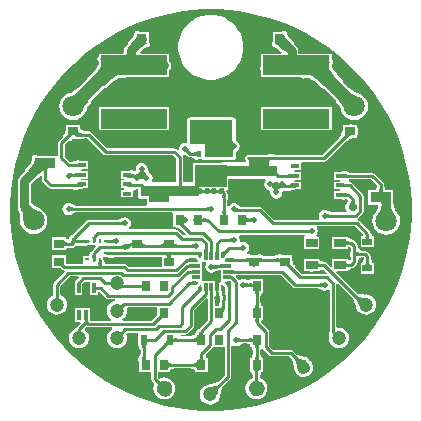
<source format=gtl>
G04 Layer_Physical_Order=1*
G04 Layer_Color=1938175*
%FSLAX25Y25*%
%MOIN*%
G70*
G01*
G75*
%ADD10C,0.01000*%
%ADD11R,0.01378X0.03347*%
%ADD12R,0.03937X0.02756*%
%ADD13R,0.03268X0.02480*%
%ADD14R,0.03150X0.03543*%
%ADD15R,0.03150X0.03543*%
%ADD16R,0.01535X0.02284*%
G04:AMPARAMS|DCode=17|XSize=15.35mil|YSize=22.84mil|CornerRadius=3.84mil|HoleSize=0mil|Usage=FLASHONLY|Rotation=180.000|XOffset=0mil|YOffset=0mil|HoleType=Round|Shape=RoundedRectangle|*
%AMROUNDEDRECTD17*
21,1,0.01535,0.01516,0,0,180.0*
21,1,0.00768,0.02284,0,0,180.0*
1,1,0.00768,-0.00384,0.00758*
1,1,0.00768,0.00384,0.00758*
1,1,0.00768,0.00384,-0.00758*
1,1,0.00768,-0.00384,-0.00758*
%
%ADD17ROUNDEDRECTD17*%
%ADD18R,0.10630X0.07717*%
%ADD19R,0.01181X0.01181*%
%ADD20R,0.02756X0.01181*%
%ADD21R,0.01181X0.02756*%
%ADD22R,0.01181X0.01181*%
%ADD23R,0.03543X0.03150*%
%ADD24R,0.03543X0.03150*%
%ADD25R,0.07087X0.03543*%
G04:AMPARAMS|DCode=26|XSize=16.14mil|YSize=11.02mil|CornerRadius=2.76mil|HoleSize=0mil|Usage=FLASHONLY|Rotation=0.000|XOffset=0mil|YOffset=0mil|HoleType=Round|Shape=RoundedRectangle|*
%AMROUNDEDRECTD26*
21,1,0.01614,0.00551,0,0,0.0*
21,1,0.01063,0.01102,0,0,0.0*
1,1,0.00551,0.00532,-0.00276*
1,1,0.00551,-0.00532,-0.00276*
1,1,0.00551,-0.00532,0.00276*
1,1,0.00551,0.00532,0.00276*
%
%ADD26ROUNDEDRECTD26*%
%ADD27R,0.01614X0.01102*%
%ADD28R,0.01102X0.01614*%
%ADD29R,0.02756X0.01378*%
%ADD30R,0.09055X0.12598*%
%ADD31R,0.22441X0.06693*%
%ADD32R,0.02480X0.03268*%
%ADD33C,0.03150*%
%ADD34C,0.04724*%
%ADD35R,0.14272X0.07874*%
%ADD36R,0.09449X0.05512*%
%ADD37R,0.18110X0.03543*%
%ADD38R,0.19291X0.03543*%
%ADD39C,0.04724*%
%ADD40C,0.07087*%
%ADD41C,0.01969*%
%ADD42C,0.02756*%
%ADD43C,0.02362*%
%ADD44C,0.05000*%
G36*
X442981Y313099D02*
X447326Y312527D01*
X451623Y311672D01*
X455856Y310538D01*
X460006Y309130D01*
X464054Y307453D01*
X467984Y305514D01*
X471779Y303323D01*
X475423Y300889D01*
X478899Y298221D01*
X482194Y295332D01*
X485293Y292233D01*
X488182Y288939D01*
X490850Y285462D01*
X493284Y281819D01*
X495475Y278024D01*
X497413Y274094D01*
X499090Y270045D01*
X500499Y265896D01*
X501633Y261663D01*
X502488Y257365D01*
X503060Y253020D01*
X503346Y248648D01*
Y244266D01*
X503060Y239893D01*
X502488Y235548D01*
X501633Y231251D01*
X500499Y227018D01*
X499090Y222868D01*
X497413Y218820D01*
X495475Y214890D01*
X493284Y211094D01*
X490850Y207451D01*
X488182Y203975D01*
X485293Y200680D01*
X482194Y197581D01*
X478899Y194692D01*
X475423Y192024D01*
X471779Y189590D01*
X467984Y187399D01*
X464054Y185461D01*
X460006Y183784D01*
X455856Y182375D01*
X451623Y181241D01*
X447326Y180386D01*
X442981Y179814D01*
X438608Y179527D01*
X434226D01*
X429854Y179814D01*
X425509Y180386D01*
X421211Y181241D01*
X416978Y182375D01*
X412829Y183784D01*
X408780Y185461D01*
X404850Y187399D01*
X401055Y189590D01*
X397412Y192024D01*
X393935Y194692D01*
X390641Y197581D01*
X387542Y200680D01*
X384653Y203975D01*
X381985Y207451D01*
X379551Y211094D01*
X377360Y214890D01*
X375421Y218820D01*
X373744Y222868D01*
X372336Y227018D01*
X371202Y231251D01*
X370347Y235548D01*
X369775Y239893D01*
X369488Y244266D01*
Y248648D01*
X369775Y253020D01*
X370347Y257365D01*
X371202Y261663D01*
X372336Y265896D01*
X373744Y270045D01*
X375421Y274094D01*
X377360Y278024D01*
X379551Y281819D01*
X381985Y285462D01*
X384653Y288939D01*
X387542Y292233D01*
X390641Y295332D01*
X393935Y298221D01*
X397412Y300889D01*
X401055Y303323D01*
X404850Y305514D01*
X408780Y307453D01*
X412829Y309130D01*
X416978Y310538D01*
X421211Y311672D01*
X425509Y312527D01*
X429854Y313099D01*
X434226Y313386D01*
X438608D01*
X442981Y313099D01*
D02*
G37*
%LPC*%
G36*
X422638Y280906D02*
X399016D01*
Y273031D01*
X422638D01*
Y280906D01*
D02*
G37*
G36*
X412033Y306321D02*
X411854Y306296D01*
X411675Y306278D01*
X411658Y306269D01*
X411639Y306266D01*
X411483Y306175D01*
X411324Y306090D01*
X411312Y306075D01*
X411296Y306065D01*
X411187Y305921D01*
X411073Y305782D01*
X411067Y305763D01*
X411055Y305748D01*
X411010Y305573D01*
X410958Y305401D01*
X410944Y305253D01*
X410914Y305142D01*
X410846Y304972D01*
X410731Y304752D01*
X410568Y304491D01*
X410368Y304210D01*
X409416Y303103D01*
X409016Y302692D01*
X408935Y302568D01*
X408842Y302452D01*
X408827Y302402D01*
X408799Y302358D01*
X408772Y302212D01*
X408730Y302070D01*
X408736Y302018D01*
X408726Y301967D01*
X408746Y301875D01*
X408380Y301510D01*
X407958Y300879D01*
X407819Y300786D01*
X407660Y300684D01*
X407654Y300675D01*
X407645Y300670D01*
X407540Y300512D01*
X407432Y300358D01*
X407430Y300347D01*
X407424Y300339D01*
X407387Y300153D01*
X407347Y299969D01*
X407333Y299300D01*
X407296Y298821D01*
X407279Y298711D01*
X407220Y298622D01*
X399016D01*
Y297647D01*
X398998Y297630D01*
X398903Y297565D01*
X398856Y297494D01*
X398795Y297435D01*
X398748Y297329D01*
X398685Y297232D01*
X398669Y297149D01*
X398635Y297071D01*
X398632Y296955D01*
X398611Y296842D01*
X398628Y296758D01*
X398626Y296673D01*
X398668Y296565D01*
X398692Y296452D01*
X398740Y296382D01*
X398771Y296302D01*
X398851Y296219D01*
X398916Y296123D01*
X399016Y296025D01*
Y295332D01*
X398856Y294949D01*
X398503Y294337D01*
X398004Y293627D01*
X396512Y291878D01*
X395545Y290879D01*
X395456Y290740D01*
X395358Y290609D01*
X395349Y290574D01*
X395329Y290544D01*
X395300Y290383D01*
X395259Y290223D01*
X395265Y290188D01*
X395258Y290153D01*
X395282Y290045D01*
X392377Y287140D01*
X392277Y287163D01*
X392264Y287161D01*
X392252Y287163D01*
X392069Y287127D01*
X391885Y287095D01*
X391874Y287088D01*
X391862Y287086D01*
X391706Y286982D01*
X391549Y286882D01*
X391029Y286388D01*
X390587Y286018D01*
X390408Y285886D01*
X390245Y285779D01*
X390108Y285701D01*
X390003Y285652D01*
X389935Y285628D01*
X389836Y285607D01*
X389783Y285584D01*
X389365Y285529D01*
X388260Y285071D01*
X387311Y284343D01*
X386583Y283394D01*
X386125Y282288D01*
X385969Y281102D01*
X386125Y279916D01*
X386583Y278811D01*
X387311Y277862D01*
X388260Y277134D01*
X389365Y276676D01*
X390551Y276520D01*
X391737Y276676D01*
X392842Y277134D01*
X393792Y277862D01*
X394520Y278811D01*
X394977Y279916D01*
X395033Y280334D01*
X395056Y280387D01*
X395077Y280487D01*
X395101Y280554D01*
X395150Y280659D01*
X395228Y280796D01*
X395335Y280960D01*
X395461Y281131D01*
X396071Y281834D01*
X396322Y282091D01*
X396427Y282252D01*
X396534Y282413D01*
X396535Y282419D01*
X396539Y282424D01*
X396574Y282614D01*
X396612Y282803D01*
X396611Y282809D01*
X396612Y282815D01*
X396588Y282927D01*
X400671Y287011D01*
X400746Y286992D01*
X400763Y286994D01*
X400781Y286991D01*
X400959Y287023D01*
X401139Y287049D01*
X401155Y287058D01*
X401172Y287061D01*
X401325Y287159D01*
X401481Y287252D01*
X401492Y287266D01*
X401507Y287276D01*
X402408Y288144D01*
X403233Y288873D01*
X403991Y289475D01*
X404678Y289949D01*
X405285Y290295D01*
X405803Y290516D01*
X406216Y290624D01*
X406519Y290642D01*
X406728Y290601D01*
X407019Y290454D01*
X407143Y290419D01*
X407261Y290367D01*
X407333Y290366D01*
X407402Y290346D01*
X407530Y290361D01*
X407659Y290359D01*
X407726Y290385D01*
X407797Y290393D01*
X407909Y290457D01*
X408029Y290503D01*
X408081Y290553D01*
X408144Y290588D01*
X408223Y290689D01*
X408285Y290748D01*
X422638D01*
Y293291D01*
X423006Y293845D01*
X423172Y294690D01*
X423002Y295534D01*
X422638Y296078D01*
Y298622D01*
X412994D01*
X412791Y299122D01*
X412911Y299239D01*
X413292Y299589D01*
X413998Y300172D01*
X414287Y300378D01*
X414548Y300542D01*
X414767Y300656D01*
X414937Y300725D01*
X415048Y300754D01*
X415196Y300769D01*
X415312Y300803D01*
X415432Y300820D01*
X415501Y300860D01*
X415577Y300883D01*
X415671Y300960D01*
X415775Y301021D01*
X415824Y301085D01*
X415885Y301135D01*
X415942Y301242D01*
X416015Y301338D01*
X416036Y301415D01*
X416073Y301486D01*
X416085Y301606D01*
X416116Y301723D01*
X416105Y301802D01*
X416113Y301882D01*
X416078Y301997D01*
X416062Y302117D01*
X416021Y302186D01*
X415998Y302262D01*
X415922Y302356D01*
X415861Y302461D01*
X415701Y302640D01*
Y303330D01*
X415743Y303543D01*
X415701Y303756D01*
Y305905D01*
X412801D01*
X412735Y305980D01*
X412591Y306089D01*
X412452Y306203D01*
X412433Y306208D01*
X412418Y306220D01*
X412244Y306265D01*
X412071Y306318D01*
X412052Y306316D01*
X412033Y306321D01*
D02*
G37*
G36*
X437383Y311613D02*
X435452D01*
X435353Y311593D01*
X435253D01*
X433358Y311216D01*
X433265Y311178D01*
X433167Y311158D01*
X431383Y310419D01*
X431299Y310363D01*
X431206Y310325D01*
X429600Y309252D01*
X429529Y309181D01*
X429446Y309125D01*
X428080Y307759D01*
X428024Y307676D01*
X427953Y307605D01*
X426880Y305998D01*
X426842Y305906D01*
X426786Y305822D01*
X426047Y304038D01*
X426027Y303939D01*
X425989Y303847D01*
X425612Y301952D01*
Y301852D01*
X425592Y301753D01*
Y299822D01*
X425612Y299723D01*
Y299623D01*
X425989Y297728D01*
X426027Y297636D01*
X426047Y297537D01*
X426786Y295753D01*
X426842Y295669D01*
X426880Y295576D01*
X427953Y293970D01*
X428024Y293899D01*
X428080Y293816D01*
X429446Y292450D01*
X429529Y292394D01*
X429600Y292323D01*
X431206Y291250D01*
X431299Y291212D01*
X431383Y291156D01*
X433167Y290417D01*
X433265Y290397D01*
X433358Y290359D01*
X435253Y289982D01*
X435353D01*
X435452Y289962D01*
X437383D01*
X437482Y289982D01*
X437582D01*
X439476Y290359D01*
X439569Y290397D01*
X439668Y290417D01*
X441452Y291156D01*
X441536Y291212D01*
X441628Y291250D01*
X443234Y292323D01*
X443305Y292394D01*
X443389Y292450D01*
X444755Y293816D01*
X444810Y293899D01*
X444881Y293970D01*
X445955Y295576D01*
X445993Y295669D01*
X446049Y295753D01*
X446788Y297537D01*
X446808Y297636D01*
X446846Y297728D01*
X447223Y299623D01*
Y299723D01*
X447242Y299822D01*
Y301753D01*
X447223Y301852D01*
Y301952D01*
X446846Y303847D01*
X446808Y303939D01*
X446788Y304038D01*
X446049Y305822D01*
X445993Y305906D01*
X445955Y305998D01*
X444881Y307605D01*
X444810Y307676D01*
X444755Y307759D01*
X443389Y309125D01*
X443305Y309181D01*
X443234Y309252D01*
X441628Y310325D01*
X441536Y310363D01*
X441452Y310419D01*
X439668Y311158D01*
X439569Y311178D01*
X439476Y311216D01*
X437582Y311593D01*
X437482D01*
X437383Y311613D01*
D02*
G37*
G36*
X460802Y306321D02*
X460783Y306316D01*
X460764Y306318D01*
X460591Y306266D01*
X460417Y306221D01*
X460401Y306209D01*
X460383Y306203D01*
X460243Y306089D01*
X460100Y305980D01*
X460033Y305906D01*
X457134D01*
Y303757D01*
X457091Y303544D01*
X457134Y303330D01*
Y302641D01*
X456974Y302461D01*
X456913Y302357D01*
X456836Y302263D01*
X456813Y302187D01*
X456773Y302118D01*
X456756Y301998D01*
X456721Y301882D01*
X456729Y301803D01*
X456718Y301724D01*
X456749Y301607D01*
X456761Y301486D01*
X456799Y301416D01*
X456819Y301339D01*
X456892Y301242D01*
X456949Y301136D01*
X457011Y301085D01*
X457059Y301022D01*
X457164Y300960D01*
X457257Y300884D01*
X457334Y300861D01*
X457403Y300821D01*
X457522Y300804D01*
X457638Y300769D01*
X457786Y300755D01*
X457897Y300726D01*
X458067Y300657D01*
X458287Y300542D01*
X458548Y300379D01*
X458829Y300179D01*
X459936Y299228D01*
X460044Y299122D01*
X459841Y298622D01*
X453150D01*
Y294898D01*
X452980Y294644D01*
X452812Y293799D01*
X452980Y292954D01*
X453150Y292701D01*
Y290748D01*
X466526D01*
X466571Y290674D01*
X466621Y290637D01*
X466660Y290587D01*
X466781Y290520D01*
X466891Y290439D01*
X466953Y290424D01*
X467007Y290393D01*
X467144Y290377D01*
X467278Y290344D01*
X467340Y290354D01*
X467403Y290346D01*
X467535Y290384D01*
X467671Y290405D01*
X468020Y290532D01*
X468301Y290563D01*
X468661Y290527D01*
X469109Y290402D01*
X469640Y290172D01*
X470246Y289829D01*
X470906Y289378D01*
X472450Y288089D01*
X473297Y287275D01*
X473379Y287223D01*
X473449Y287155D01*
X473545Y287116D01*
X473632Y287061D01*
X473728Y287043D01*
X473819Y287007D01*
X473922Y287009D01*
X474023Y286991D01*
X474119Y287012D01*
X474131Y287012D01*
X478214Y282928D01*
X478192Y282828D01*
X478194Y282816D01*
X478191Y282803D01*
X478228Y282620D01*
X478259Y282436D01*
X478266Y282425D01*
X478269Y282413D01*
X478372Y282258D01*
X478472Y282100D01*
X478966Y281580D01*
X479337Y281138D01*
X479468Y280960D01*
X479575Y280796D01*
X479653Y280659D01*
X479702Y280554D01*
X479726Y280487D01*
X479748Y280387D01*
X479771Y280334D01*
X479826Y279916D01*
X480283Y278811D01*
X481012Y277862D01*
X481961Y277134D01*
X483066Y276676D01*
X484252Y276520D01*
X485438Y276676D01*
X486543Y277134D01*
X487492Y277862D01*
X488221Y278811D01*
X488678Y279916D01*
X488834Y281102D01*
X488678Y282288D01*
X488221Y283394D01*
X487492Y284343D01*
X486543Y285071D01*
X485438Y285529D01*
X485020Y285584D01*
X484968Y285607D01*
X484868Y285628D01*
X484800Y285652D01*
X484695Y285701D01*
X484558Y285779D01*
X484395Y285886D01*
X484224Y286012D01*
X483520Y286623D01*
X483264Y286873D01*
X483102Y286978D01*
X482942Y287086D01*
X482935Y287087D01*
X482930Y287090D01*
X482740Y287125D01*
X482551Y287163D01*
X482545Y287162D01*
X482539Y287163D01*
X482427Y287139D01*
X480512Y289055D01*
X480511Y289077D01*
X480529Y289151D01*
X480509Y289274D01*
X480507Y289398D01*
X480477Y289468D01*
X480464Y289544D01*
X480399Y289649D01*
X480349Y289763D01*
X480295Y289817D01*
X480255Y289882D01*
X478366Y291901D01*
X477686Y292738D01*
X477165Y293474D01*
X476809Y294087D01*
X476772Y294178D01*
Y295056D01*
X476842Y295133D01*
X476932Y295205D01*
X476974Y295279D01*
X477031Y295342D01*
X477070Y295451D01*
X477127Y295552D01*
X477137Y295636D01*
X477166Y295716D01*
X477160Y295832D01*
X477174Y295947D01*
X477150Y296029D01*
X477146Y296114D01*
X477097Y296218D01*
X477065Y296330D01*
X477013Y296396D01*
X476976Y296474D01*
X476891Y296551D01*
X476819Y296642D01*
X476772Y296669D01*
Y298622D01*
X465594D01*
Y299457D01*
X465425Y300302D01*
X464947Y301018D01*
X464089Y301876D01*
X464109Y301968D01*
X464099Y302019D01*
X464105Y302071D01*
X464063Y302213D01*
X464036Y302359D01*
X464008Y302403D01*
X463993Y302452D01*
X463900Y302568D01*
X463819Y302693D01*
X463406Y303116D01*
X463056Y303497D01*
X462473Y304203D01*
X462267Y304491D01*
X462104Y304753D01*
X461989Y304972D01*
X461920Y305142D01*
X461891Y305253D01*
X461877Y305401D01*
X461825Y305574D01*
X461779Y305749D01*
X461768Y305764D01*
X461762Y305782D01*
X461648Y305922D01*
X461539Y306066D01*
X461522Y306075D01*
X461510Y306090D01*
X461351Y306176D01*
X461196Y306267D01*
X461177Y306269D01*
X461160Y306278D01*
X460980Y306296D01*
X460802Y306321D01*
D02*
G37*
G36*
X443701Y277397D02*
X429429D01*
X429039Y277320D01*
X428708Y277099D01*
X428487Y276768D01*
X428409Y276378D01*
Y269255D01*
X428023Y268938D01*
X427953Y268952D01*
X427178Y268798D01*
X426522Y268360D01*
X426084Y267703D01*
X425930Y266929D01*
X426034Y266403D01*
X425573Y266156D01*
X424999Y266731D01*
X424638Y266972D01*
X424213Y267057D01*
X424213Y267057D01*
X401838D01*
X396456Y272440D01*
X396095Y272681D01*
X395669Y272765D01*
X395669Y272765D01*
X394107D01*
X394050Y272855D01*
X394039Y272863D01*
X394031Y272874D01*
X393877Y272978D01*
X393725Y273085D01*
X393712Y273088D01*
X393701Y273095D01*
X393518Y273132D01*
X393337Y273173D01*
X393177Y273177D01*
X393165Y273178D01*
X393096Y273259D01*
X393014Y273380D01*
X392968Y273410D01*
X392933Y273451D01*
X392913Y273462D01*
Y274851D01*
X388189D01*
Y273135D01*
X388103Y273081D01*
X388053Y273011D01*
X387989Y272953D01*
X387939Y272850D01*
X387873Y272757D01*
X387854Y272673D01*
X387816Y272595D01*
X387809Y272481D01*
X387784Y272369D01*
X387798Y272284D01*
X387793Y272198D01*
X387811Y272147D01*
X387537Y271827D01*
X387351Y271635D01*
X387281Y271525D01*
X387196Y271427D01*
X387174Y271359D01*
X387136Y271300D01*
X387112Y271172D01*
X387072Y271049D01*
X387077Y270978D01*
X387065Y270909D01*
X387089Y270796D01*
X385828Y269535D01*
X385587Y269174D01*
X385502Y268748D01*
X385502Y268748D01*
Y264940D01*
X385433Y264468D01*
X378694D01*
X378342Y264708D01*
X378271Y264738D01*
X378210Y264785D01*
X378090Y264815D01*
X377976Y264864D01*
X377899Y264865D01*
X377824Y264884D01*
X377702Y264866D01*
X377578Y264868D01*
X377507Y264839D01*
X377431Y264828D01*
X377324Y264765D01*
X377209Y264719D01*
X377154Y264665D01*
X377088Y264626D01*
X377013Y264527D01*
X376925Y264440D01*
X376895Y264370D01*
X376849Y264308D01*
X376818Y264188D01*
X376769Y264074D01*
X376769Y263997D01*
X376749Y263923D01*
X376730Y263579D01*
X376681Y263281D01*
X376596Y262969D01*
X376473Y262642D01*
X376308Y262299D01*
X376101Y261941D01*
X375858Y261581D01*
X375199Y260776D01*
X374803Y260362D01*
X374728Y260243D01*
X374639Y260133D01*
X374622Y260076D01*
X374590Y260026D01*
X374565Y259887D01*
X374525Y259752D01*
X374531Y259692D01*
X374521Y259634D01*
X374539Y259552D01*
X372652Y257663D01*
X372173Y256947D01*
X372005Y256102D01*
Y247835D01*
X372152Y247093D01*
X372125Y246950D01*
X372082Y246796D01*
X372087Y246756D01*
X372079Y246716D01*
X372111Y246560D01*
X372131Y246401D01*
X372151Y246366D01*
X372159Y246326D01*
X372248Y246194D01*
X372327Y246055D01*
X372453Y245909D01*
X372530Y245790D01*
X372606Y245632D01*
X372678Y245432D01*
X372740Y245189D01*
X372789Y244902D01*
X372821Y244586D01*
X372834Y243778D01*
X372810Y243322D01*
X372815Y243284D01*
X372780Y243012D01*
X372936Y241826D01*
X373394Y240721D01*
X374122Y239772D01*
X375071Y239043D01*
X376176Y238585D01*
X377362Y238429D01*
X378548Y238585D01*
X379654Y239043D01*
X380603Y239772D01*
X381331Y240721D01*
X381789Y241826D01*
X381945Y243012D01*
X381789Y244198D01*
X381331Y245303D01*
X380603Y246252D01*
X379654Y246980D01*
X379050Y247230D01*
X378976Y247279D01*
X378797Y247353D01*
X378637Y247430D01*
X378474Y247521D01*
X378073Y247786D01*
X377889Y247924D01*
X377188Y248534D01*
X376948Y248768D01*
X376785Y248874D01*
X376622Y248982D01*
X376618Y248983D01*
X376614Y248985D01*
X376423Y249021D01*
X376420Y249021D01*
Y255188D01*
X378343Y257110D01*
X378363Y257104D01*
X378401Y257108D01*
X378438Y257100D01*
X378597Y257129D01*
X378758Y257146D01*
X378792Y257164D01*
X378830Y257170D01*
X378966Y257258D01*
X379108Y257335D01*
X379132Y257365D01*
X379164Y257385D01*
X379687Y257889D01*
X380098Y257804D01*
X380187Y257764D01*
Y256497D01*
X380187Y256496D01*
X380272Y256071D01*
X380513Y255710D01*
X382285Y253938D01*
X382645Y253697D01*
X383071Y253612D01*
X383071Y253612D01*
X390334D01*
X390364Y253584D01*
X390417Y253503D01*
X390504Y253446D01*
X390578Y253372D01*
X390668Y253336D01*
X390748Y253282D01*
X390850Y253262D01*
X390947Y253223D01*
X391043Y253224D01*
X391138Y253205D01*
X391240Y253225D01*
X391344Y253226D01*
X392344Y253433D01*
X392429Y253468D01*
X392519Y253486D01*
X392611Y253545D01*
X392711Y253588D01*
X392735Y253612D01*
X393504D01*
X393930Y253697D01*
X394126Y253829D01*
X395473D01*
Y256388D01*
X393479D01*
X393479Y256388D01*
X393256Y256888D01*
X393337Y256978D01*
X395473D01*
Y259537D01*
X393390D01*
X393214Y259833D01*
X393390Y260128D01*
X395473D01*
Y262687D01*
X392938D01*
X392859Y262805D01*
X392815Y262835D01*
X392781Y262876D01*
X392651Y262945D01*
X392528Y263026D01*
X392476Y263037D01*
X392429Y263062D01*
X392282Y263075D01*
X392138Y263104D01*
X392086Y263093D01*
X392033Y263099D01*
X391892Y263055D01*
X391748Y263026D01*
X391704Y262997D01*
X391653Y262981D01*
X391620Y262954D01*
X391285Y262928D01*
X391129Y262927D01*
X390938Y262887D01*
X390748Y262849D01*
X390744Y262847D01*
X390739Y262846D01*
X390579Y262737D01*
X390417Y262628D01*
X390414Y262624D01*
X390410Y262622D01*
X390343Y262519D01*
X389447D01*
X387726Y264240D01*
Y268288D01*
X388847Y269409D01*
X388865Y269403D01*
X388908Y269406D01*
X388950Y269396D01*
X389105Y269421D01*
X389261Y269433D01*
X389300Y269452D01*
X389342Y269459D01*
X389476Y269542D01*
X389616Y269612D01*
X389645Y269645D01*
X389681Y269668D01*
X390036Y269997D01*
X390153Y270090D01*
X390227Y270141D01*
X390294Y270121D01*
X390419Y270132D01*
X390544Y270125D01*
X390615Y270149D01*
X390690Y270156D01*
X390801Y270214D01*
X390920Y270256D01*
X390976Y270306D01*
X391043Y270341D01*
X391070Y270373D01*
X391499Y270393D01*
X391612Y270379D01*
X391771Y270280D01*
X391928Y270177D01*
X391940Y270175D01*
X391950Y270169D01*
X392134Y270138D01*
X392318Y270103D01*
X392330Y270105D01*
X392342Y270103D01*
X393342Y270134D01*
X393521Y270176D01*
X393701Y270212D01*
X393714Y270220D01*
X393730Y270224D01*
X393879Y270331D01*
X394031Y270433D01*
X394040Y270446D01*
X394054Y270455D01*
X394107Y270542D01*
X395209D01*
X400592Y265159D01*
X400592Y265159D01*
X400952Y264918D01*
X401378Y264833D01*
X423752D01*
X424872Y263713D01*
Y255744D01*
X416980D01*
X416745Y256185D01*
X416830Y256312D01*
X416984Y257087D01*
X416830Y257861D01*
X416391Y258517D01*
X415891Y258851D01*
X415823Y259196D01*
X415344Y259911D01*
X415409Y260236D01*
X415255Y261010D01*
X414816Y261667D01*
X414160Y262105D01*
X413386Y262259D01*
X412612Y262105D01*
X411955Y261667D01*
X411517Y261010D01*
X411363Y260236D01*
X411449Y259801D01*
X411123Y259429D01*
X410638Y259454D01*
X410615Y259481D01*
X410533Y259602D01*
X410487Y259631D01*
X410452Y259673D01*
X410322Y259740D01*
X410200Y259820D01*
X410147Y259830D01*
X410098Y259855D01*
X409953Y259866D01*
X409809Y259894D01*
X409756Y259882D01*
X409702Y259887D01*
X409563Y259842D01*
X409420Y259812D01*
X409375Y259782D01*
X409323Y259765D01*
X409212Y259670D01*
X409091Y259588D01*
X409061Y259543D01*
X409055Y259537D01*
X406496D01*
Y256978D01*
X407431D01*
X407608Y256622D01*
X407448Y256388D01*
X406496D01*
Y253829D01*
X407431D01*
X407608Y253473D01*
X407448Y253238D01*
X406496D01*
Y250679D01*
X410433D01*
Y252755D01*
X410481Y252874D01*
X410541Y252958D01*
X410831Y253205D01*
X410831Y253205D01*
X410924Y253223D01*
X410933Y253224D01*
X411022Y253223D01*
X411119Y253262D01*
X411221Y253282D01*
X411301Y253336D01*
X411391Y253372D01*
X411465Y253446D01*
X411552Y253503D01*
X411605Y253584D01*
X411634Y253612D01*
X412169D01*
Y251181D01*
X412247Y250791D01*
X412468Y250460D01*
X412799Y250239D01*
X413189Y250162D01*
X415059D01*
Y248462D01*
X415059Y248425D01*
X414969Y247962D01*
X391212D01*
X391158Y248049D01*
X391145Y248058D01*
X391136Y248071D01*
X390983Y248173D01*
X390834Y248280D01*
X390818Y248283D01*
X390805Y248292D01*
X390625Y248328D01*
X390446Y248370D01*
X390387Y248371D01*
X390362Y248374D01*
X390339Y248377D01*
X390318Y248382D01*
X390298Y248388D01*
X390277Y248396D01*
X390256Y248406D01*
X390232Y248418D01*
X390207Y248434D01*
X390155Y248470D01*
X390060Y248513D01*
X389751Y248720D01*
X388976Y248873D01*
X388202Y248720D01*
X387546Y248281D01*
X387107Y247625D01*
X386953Y246850D01*
X387107Y246076D01*
X387546Y245420D01*
X388202Y244981D01*
X388976Y244827D01*
X389751Y244981D01*
X390060Y245188D01*
X390155Y245230D01*
X390207Y245267D01*
X390232Y245283D01*
X390256Y245295D01*
X390277Y245305D01*
X390298Y245312D01*
X390318Y245319D01*
X390339Y245323D01*
X390362Y245327D01*
X390387Y245329D01*
X390446Y245331D01*
X390625Y245373D01*
X390805Y245408D01*
X390818Y245417D01*
X390834Y245421D01*
X390983Y245528D01*
X391136Y245629D01*
X391145Y245643D01*
X391158Y245652D01*
X391212Y245739D01*
X423497D01*
X423969Y245669D01*
X423969Y245238D01*
Y240945D01*
X424547D01*
X424585Y240880D01*
X424606Y240864D01*
X424621Y240842D01*
X424765Y240745D01*
X424903Y240641D01*
X424929Y240634D01*
X424951Y240619D01*
X425120Y240585D01*
X425288Y240541D01*
X425377Y240536D01*
X425418Y240530D01*
X425466Y240518D01*
X425522Y240498D01*
X425587Y240468D01*
X425661Y240426D01*
X425744Y240372D01*
X425835Y240303D01*
X425934Y240219D01*
X426057Y240102D01*
X426215Y240002D01*
X426369Y239898D01*
X426382Y239896D01*
X426393Y239889D01*
X426577Y239857D01*
X426760Y239821D01*
X426914D01*
X428115Y238620D01*
X427908Y238120D01*
X427232D01*
X425589Y239763D01*
X425229Y240004D01*
X424803Y240088D01*
X424803Y240088D01*
X409296D01*
X409144Y240588D01*
X409305Y240695D01*
X409743Y241352D01*
X409897Y242126D01*
X409743Y242900D01*
X409305Y243557D01*
X408648Y243995D01*
X407874Y244149D01*
X407100Y243995D01*
X406791Y243789D01*
X406695Y243746D01*
X406643Y243709D01*
X406618Y243694D01*
X406595Y243682D01*
X406573Y243672D01*
X406553Y243664D01*
X406532Y243658D01*
X406511Y243653D01*
X406489Y243649D01*
X406464Y243647D01*
X406404Y243645D01*
X406225Y243604D01*
X406045Y243568D01*
X406032Y243559D01*
X406016Y243555D01*
X405867Y243449D01*
X405715Y243347D01*
X405706Y243334D01*
X405693Y243324D01*
X405639Y243238D01*
X395669D01*
X395669Y243238D01*
X395244Y243153D01*
X394883Y242912D01*
X390182Y238211D01*
X390068Y238189D01*
X389887Y238158D01*
X389874Y238150D01*
X389858Y238147D01*
X389705Y238045D01*
X389550Y237948D01*
X389541Y237935D01*
X389527Y237926D01*
X389425Y237773D01*
X389319Y237624D01*
X389315Y237608D01*
X389306Y237595D01*
X389270Y237415D01*
X389229Y237236D01*
X389226Y237147D01*
X389182Y237072D01*
X389083Y236975D01*
X388894Y236835D01*
X388742Y236773D01*
X388613Y236803D01*
X388455Y236807D01*
X388452Y236807D01*
X388389Y236883D01*
X388307Y237004D01*
X388263Y237034D01*
X388228Y237076D01*
X388189Y237096D01*
Y237449D01*
X383465D01*
Y233118D01*
X388189D01*
Y233470D01*
X388228Y233491D01*
X388263Y233533D01*
X388307Y233562D01*
X388389Y233684D01*
X388452Y233760D01*
X388455Y233760D01*
X388613Y233764D01*
X388794Y233805D01*
X388977Y233841D01*
X388988Y233849D01*
X389001Y233852D01*
X389153Y233959D01*
X389307Y234062D01*
X389496Y234080D01*
X389835Y234076D01*
X389932Y234005D01*
X389953Y234000D01*
X389971Y233988D01*
X390145Y233953D01*
X390318Y233911D01*
X390340Y233915D01*
X390361Y233910D01*
X390536Y233945D01*
X390711Y233972D01*
X390730Y233984D01*
X390752Y233988D01*
X390899Y234087D01*
X391051Y234179D01*
X391142Y234262D01*
X391202Y234309D01*
X391267Y234350D01*
X391337Y234387D01*
X391413Y234419D01*
X391499Y234447D01*
X391595Y234470D01*
X391703Y234488D01*
X391823Y234500D01*
X391986Y234505D01*
X392025Y234513D01*
X392065Y234510D01*
X392218Y234558D01*
X392374Y234594D01*
X392414Y234619D01*
X392444Y234629D01*
X392701Y234803D01*
X392861Y234696D01*
X393019Y234587D01*
X393026Y234585D01*
X393031Y234582D01*
X393220Y234544D01*
X393408Y234504D01*
X394135Y234495D01*
X394242Y234488D01*
X394263Y234486D01*
X394271Y234487D01*
X394272Y234487D01*
X394273Y234487D01*
X394300Y234489D01*
X394422Y234465D01*
X394495Y234479D01*
X394570Y234476D01*
X394688Y234518D01*
X394812Y234542D01*
X394874Y234584D01*
X394944Y234609D01*
X395038Y234694D01*
X395143Y234764D01*
X395184Y234826D01*
X395240Y234876D01*
X395243Y234882D01*
X396299D01*
Y234882D01*
X397956D01*
X398164Y234382D01*
X397847Y234065D01*
X397536Y233857D01*
X397327Y233546D01*
X396655Y232873D01*
X396414Y232512D01*
X396413Y232507D01*
X396391Y232492D01*
X396230Y232388D01*
X396226Y232382D01*
X396220Y232378D01*
X396113Y232218D01*
X396004Y232060D01*
X396003Y232053D01*
X395999Y232048D01*
X395961Y231859D01*
X395921Y231671D01*
X395916Y231260D01*
X393819D01*
Y228976D01*
X393445Y228671D01*
X388189D01*
Y231449D01*
X383465D01*
Y227118D01*
X386420D01*
X386765Y226773D01*
X386765Y226773D01*
X387126Y226532D01*
X387551Y226447D01*
X387553D01*
X387760Y225947D01*
X384253Y222440D01*
X384012Y222079D01*
X383927Y221654D01*
X383927Y221653D01*
Y218139D01*
X383344Y217898D01*
X382641Y217359D01*
X382102Y216656D01*
X381764Y215838D01*
X381648Y214961D01*
X381764Y214083D01*
X382102Y213265D01*
X382641Y212563D01*
X383344Y212024D01*
X384162Y211685D01*
X385039Y211569D01*
X385917Y211685D01*
X386735Y212024D01*
X387437Y212563D01*
X387976Y213265D01*
X388315Y214083D01*
X388431Y214961D01*
X388315Y215838D01*
X387976Y216656D01*
X387437Y217359D01*
X386735Y217898D01*
X386151Y218139D01*
Y221193D01*
X389347Y224388D01*
X392241D01*
X392432Y223926D01*
X391537Y223030D01*
X391296Y222670D01*
X391289Y222638D01*
X391043D01*
Y218110D01*
X393602D01*
Y221951D01*
X394260Y222609D01*
X396161D01*
Y218110D01*
X398721D01*
Y219262D01*
X399299D01*
X401433Y217127D01*
X401433Y217127D01*
X401794Y216886D01*
X402220Y216802D01*
X402220Y216802D01*
X404462D01*
X404495Y216301D01*
X404241Y216268D01*
X403423Y215929D01*
X402720Y215390D01*
X402181Y214688D01*
X401842Y213870D01*
X401727Y212992D01*
X401842Y212115D01*
X402181Y211297D01*
X402720Y210594D01*
X403267Y210175D01*
X403097Y209675D01*
X396161D01*
Y213779D01*
X394102D01*
X393602Y213779D01*
Y213780D01*
X393602D01*
Y213779D01*
X391043D01*
Y209252D01*
X392853D01*
X393044Y208790D01*
X391733Y207479D01*
X391522Y207163D01*
X390824Y206874D01*
X390122Y206335D01*
X389583Y205633D01*
X389244Y204815D01*
X389128Y203937D01*
X389244Y203059D01*
X389583Y202241D01*
X390122Y201539D01*
X390824Y201000D01*
X391642Y200661D01*
X392520Y200546D01*
X393397Y200661D01*
X394215Y201000D01*
X394918Y201539D01*
X395457Y202241D01*
X395795Y203059D01*
X395911Y203937D01*
X395795Y204815D01*
X395457Y205633D01*
X394918Y206335D01*
X394549Y206618D01*
X394516Y207117D01*
X394940Y207541D01*
X394949Y207536D01*
X395374Y207451D01*
X395374Y207451D01*
X403510D01*
X403609Y206951D01*
X403422Y206874D01*
X402720Y206335D01*
X402181Y205632D01*
X401842Y204815D01*
X401727Y203937D01*
X401842Y203059D01*
X402181Y202241D01*
X402720Y201539D01*
X403422Y201000D01*
X404240Y200661D01*
X405118Y200546D01*
X405996Y200661D01*
X406814Y201000D01*
X407516Y201539D01*
X408055Y202241D01*
X408394Y203059D01*
X408509Y203937D01*
X408394Y204815D01*
X408273Y205107D01*
X408617Y205581D01*
X411815D01*
X412284Y205506D01*
Y202225D01*
X412219Y202146D01*
X412203Y202095D01*
X412173Y202050D01*
X412144Y201906D01*
X412101Y201766D01*
X412106Y201712D01*
X412095Y201659D01*
X412124Y201516D01*
X412137Y201370D01*
X412162Y201322D01*
X412173Y201269D01*
X412254Y201148D01*
X412284Y201091D01*
Y201057D01*
X412302D01*
X412322Y201018D01*
X412364Y200983D01*
X412394Y200939D01*
X412515Y200857D01*
X412591Y200794D01*
X412591Y200791D01*
X412595Y200633D01*
X412637Y200451D01*
X412673Y200269D01*
X412680Y200258D01*
X412683Y200245D01*
X412790Y200093D01*
X412894Y199939D01*
X412905Y199931D01*
X412913Y199920D01*
X413003Y199863D01*
Y198438D01*
X412911Y198380D01*
X412904Y198370D01*
X412894Y198363D01*
X412790Y198207D01*
X412682Y198055D01*
X412680Y198042D01*
X412673Y198032D01*
X412636Y197849D01*
X412595Y197666D01*
X412592Y197505D01*
X412589Y197474D01*
X412551Y197441D01*
X412433Y197363D01*
X412400Y197314D01*
X412356Y197276D01*
X412291Y197150D01*
X412212Y197032D01*
X412200Y196974D01*
X412174Y196922D01*
X412162Y196781D01*
X412134Y196642D01*
X412146Y196584D01*
X412141Y196526D01*
X412184Y196391D01*
X412212Y196251D01*
X412244Y196203D01*
X412262Y196147D01*
X412354Y196039D01*
X412433Y195921D01*
X412481Y195888D01*
X412519Y195844D01*
X412551Y195827D01*
Y192520D01*
X416605D01*
Y190157D01*
X416605Y190157D01*
X416689Y189732D01*
X416930Y189371D01*
X417600Y188702D01*
X417313Y188010D01*
X417189Y187065D01*
X417313Y186119D01*
X417678Y185239D01*
X418258Y184483D01*
X419014Y183902D01*
X419895Y183537D01*
X420840Y183413D01*
X421785Y183537D01*
X422666Y183902D01*
X423422Y184483D01*
X424002Y185239D01*
X424367Y186119D01*
X424492Y187065D01*
X424367Y188010D01*
X424002Y188890D01*
X423422Y189646D01*
X422666Y190227D01*
X421785Y190592D01*
X420840Y190716D01*
X419895Y190592D01*
X419160Y190287D01*
X418828Y190618D01*
Y192520D01*
X422882D01*
Y193075D01*
X422908Y193089D01*
X422943Y193131D01*
X422988Y193161D01*
X423069Y193282D01*
X423132Y193358D01*
X423145Y193359D01*
X423306Y193363D01*
X423487Y193404D01*
X423669Y193440D01*
X423681Y193448D01*
X423694Y193451D01*
X423846Y193558D01*
X424000Y193661D01*
X424008Y193672D01*
X424019Y193680D01*
X424076Y193770D01*
X429861D01*
X429918Y193680D01*
X429929Y193672D01*
X429937Y193661D01*
X430091Y193558D01*
X430243Y193451D01*
X430256Y193448D01*
X430268Y193440D01*
X430450Y193404D01*
X430631Y193363D01*
X430793Y193359D01*
X430805Y193358D01*
X430868Y193282D01*
X430949Y193161D01*
X430994Y193131D01*
X431029Y193089D01*
X431055Y193075D01*
Y192520D01*
X435386D01*
Y197244D01*
X435027D01*
X435013Y197270D01*
X434972Y197305D01*
X434941Y197350D01*
X434820Y197431D01*
X434745Y197494D01*
X434744Y197507D01*
X434739Y197668D01*
X434698Y197849D01*
X434662Y198032D01*
X434655Y198043D01*
X434652Y198056D01*
X434557Y198190D01*
X437007Y200639D01*
X437106Y200788D01*
X441014D01*
Y191405D01*
X438644Y189035D01*
X438635Y189039D01*
X438568Y189034D01*
X438502Y189047D01*
X438371Y189021D01*
X438238Y189013D01*
X438177Y188983D01*
X438111Y188970D01*
X438000Y188895D01*
X437881Y188837D01*
X437867Y188826D01*
X437786Y188793D01*
X437670Y188756D01*
X436150Y188448D01*
X435738Y188387D01*
X435652Y188356D01*
X435343Y188315D01*
X434525Y187976D01*
X433823Y187437D01*
X433284Y186735D01*
X432945Y185917D01*
X432829Y185039D01*
X432945Y184162D01*
X433284Y183344D01*
X433823Y182641D01*
X434525Y182103D01*
X435343Y181764D01*
X436221Y181648D01*
X437098Y181764D01*
X437916Y182103D01*
X438619Y182641D01*
X439157Y183344D01*
X439496Y184162D01*
X439536Y184467D01*
X439567Y184550D01*
X439694Y185370D01*
X439816Y186005D01*
X439931Y186468D01*
X439974Y186605D01*
X440007Y186686D01*
X440018Y186700D01*
X440077Y186819D01*
X440151Y186930D01*
X440164Y186996D01*
X440194Y187057D01*
X440202Y187190D01*
X440228Y187320D01*
X440215Y187387D01*
X440220Y187454D01*
X440216Y187463D01*
X442912Y190159D01*
X442912Y190159D01*
X443153Y190519D01*
X443238Y190945D01*
Y201260D01*
X443738Y201528D01*
X444108Y201280D01*
X444882Y201127D01*
X445656Y201280D01*
X445992Y201505D01*
X446004Y201508D01*
X446038Y201536D01*
X446154Y201613D01*
X446194Y201635D01*
X446220Y201657D01*
X446312Y201719D01*
X446322Y201733D01*
X446340Y201744D01*
X446358Y201752D01*
X446370Y201757D01*
X446377Y201759D01*
X446381Y201760D01*
X446383Y201760D01*
X446428Y201762D01*
X446485Y201776D01*
X446543Y201773D01*
X446676Y201822D01*
X446814Y201856D01*
X446862Y201890D01*
X446916Y201910D01*
X447021Y202007D01*
X447135Y202091D01*
X447166Y202140D01*
X447196Y202169D01*
X448365D01*
X448422Y202079D01*
X448433Y202071D01*
X448441Y202060D01*
X448595Y201956D01*
X448747Y201849D01*
X448760Y201846D01*
X448771Y201839D01*
X448954Y201802D01*
X449135Y201761D01*
X449296Y201757D01*
X449309Y201756D01*
X449372Y201681D01*
X449453Y201560D01*
X449498Y201529D01*
X449533Y201487D01*
X449559Y201474D01*
Y200918D01*
X449911D01*
X449932Y200879D01*
X449973Y200845D01*
X450003Y200800D01*
X450125Y200718D01*
X450201Y200656D01*
X450201Y200653D01*
X450205Y200494D01*
X450246Y200313D01*
X450282Y200131D01*
X450290Y200119D01*
X450293Y200106D01*
X450400Y199954D01*
X450503Y199800D01*
X450515Y199792D01*
X450523Y199781D01*
X450613Y199724D01*
Y198438D01*
X450523Y198381D01*
X450515Y198370D01*
X450503Y198362D01*
X450400Y198208D01*
X450293Y198056D01*
X450290Y198043D01*
X450282Y198032D01*
X450246Y197849D01*
X450205Y197668D01*
X450201Y197507D01*
X450200Y197494D01*
X450125Y197431D01*
X450003Y197350D01*
X449973Y197305D01*
X449931Y197270D01*
X449918Y197244D01*
X449559D01*
Y193141D01*
X449555Y193122D01*
X449559Y193103D01*
Y192520D01*
X449762D01*
X449782Y192481D01*
X449824Y192446D01*
X449854Y192401D01*
X449976Y192320D01*
X450051Y192257D01*
X450051Y192254D01*
X450056Y192095D01*
X450097Y191914D01*
X450133Y191732D01*
X450140Y191721D01*
X450143Y191707D01*
X450251Y191556D01*
X450354Y191401D01*
X450365Y191394D01*
X450373Y191382D01*
X450463Y191326D01*
Y190573D01*
X449788Y190293D01*
X449031Y189713D01*
X448451Y188956D01*
X448086Y188076D01*
X447962Y187131D01*
X448086Y186186D01*
X448451Y185305D01*
X449031Y184549D01*
X449788Y183968D01*
X450668Y183604D01*
X451613Y183479D01*
X452559Y183604D01*
X453439Y183968D01*
X454195Y184549D01*
X454776Y185305D01*
X455140Y186186D01*
X455265Y187131D01*
X455140Y188076D01*
X454776Y188956D01*
X454195Y189713D01*
X453439Y190293D01*
X452687Y190604D01*
Y191326D01*
X452777Y191382D01*
X452784Y191394D01*
X452796Y191401D01*
X452899Y191556D01*
X453006Y191707D01*
X453009Y191721D01*
X453017Y191732D01*
X453053Y191914D01*
X453094Y192095D01*
X453098Y192254D01*
X453099Y192257D01*
X453174Y192320D01*
X453296Y192401D01*
X453326Y192446D01*
X453367Y192481D01*
X453388Y192520D01*
X453890D01*
Y197244D01*
X453531D01*
X453518Y197270D01*
X453476Y197305D01*
X453445Y197350D01*
X453324Y197431D01*
X453249Y197494D01*
X453248Y197507D01*
X453244Y197668D01*
X453203Y197849D01*
X453166Y198032D01*
X453159Y198043D01*
X453156Y198056D01*
X453049Y198208D01*
X452945Y198362D01*
X452934Y198370D01*
X452926Y198381D01*
X452836Y198438D01*
Y199724D01*
X452926Y199781D01*
X452934Y199792D01*
X452945Y199800D01*
X453049Y199954D01*
X453156Y200106D01*
X453159Y200119D01*
X453166Y200131D01*
X453203Y200313D01*
X453562Y200348D01*
X453719Y200329D01*
X453938Y200001D01*
X455907Y198033D01*
X456267Y197792D01*
X456693Y197707D01*
X456693Y197707D01*
X462532D01*
X463546Y196693D01*
X463547Y196656D01*
X463535Y196609D01*
X463556Y196459D01*
X463563Y196308D01*
X463584Y196264D01*
X463590Y196215D01*
X463667Y196085D01*
X463731Y195948D01*
X463733Y195944D01*
X463746Y195909D01*
X464069Y194065D01*
X464119Y193616D01*
X464157Y193497D01*
X464177Y193373D01*
X464217Y193309D01*
X464240Y193237D01*
X464321Y193142D01*
X464342Y193108D01*
X464350Y193064D01*
X464414Y192911D01*
X464467Y192754D01*
X464817Y192147D01*
X464927Y192022D01*
X465028Y191891D01*
X465554Y191429D01*
X465698Y191346D01*
X465836Y191254D01*
X466483Y190986D01*
X466646Y190953D01*
X466807Y190910D01*
X467505Y190864D01*
X467670Y190886D01*
X467836Y190897D01*
X468512Y191078D01*
X468661Y191152D01*
X468815Y191215D01*
X469397Y191604D01*
X469514Y191722D01*
X469639Y191831D01*
X470065Y192387D01*
X470139Y192536D01*
X470222Y192680D01*
X470447Y193343D01*
X470469Y193507D01*
X470501Y193670D01*
Y194335D01*
X470472Y194482D01*
X470457Y194631D01*
X470275Y195233D01*
X470204Y195365D01*
X470147Y195503D01*
X469797Y196026D01*
X469691Y196132D01*
X469596Y196248D01*
X469110Y196647D01*
X469049Y196680D01*
X469023Y196740D01*
X469011Y196815D01*
X468945Y196921D01*
X468895Y197036D01*
X468841Y197089D01*
X468802Y197153D01*
X468700Y197226D01*
X468610Y197313D01*
X468540Y197341D01*
X468479Y197385D01*
X468357Y197414D01*
X468240Y197460D01*
X467790Y197543D01*
X466692Y197777D01*
X466200Y197913D01*
X466048Y197965D01*
X465953Y198005D01*
X465942Y198010D01*
X465922Y198026D01*
X465828Y198072D01*
X465743Y198136D01*
X465651Y198160D01*
X465566Y198202D01*
X465460Y198209D01*
X465358Y198236D01*
X465264Y198222D01*
X465169Y198229D01*
X465158Y198225D01*
X463778Y199605D01*
X463418Y199846D01*
X462992Y199931D01*
X462992Y199931D01*
X457154D01*
X455836Y201248D01*
Y205906D01*
X455836Y205906D01*
X455752Y206331D01*
X455511Y206692D01*
X453240Y208962D01*
X453282Y209477D01*
X453324Y209511D01*
X453445Y209593D01*
X453475Y209638D01*
X453517Y209672D01*
X453537Y209711D01*
X453890D01*
Y214436D01*
X453531D01*
X453518Y214461D01*
X453476Y214496D01*
X453445Y214542D01*
X453324Y214623D01*
X453249Y214686D01*
X453248Y214698D01*
X453244Y214860D01*
X453203Y215041D01*
X453166Y215223D01*
X453159Y215234D01*
X453156Y215248D01*
X453049Y215399D01*
X452945Y215554D01*
X452934Y215561D01*
X452926Y215572D01*
X452836Y215629D01*
Y217704D01*
X452926Y217760D01*
X452934Y217771D01*
X452945Y217779D01*
X453049Y217933D01*
X453156Y218085D01*
X453159Y218098D01*
X453166Y218110D01*
X453203Y218292D01*
X453244Y218473D01*
X453248Y218632D01*
X453248Y218635D01*
X453324Y218698D01*
X453445Y218779D01*
X453476Y218824D01*
X453517Y218858D01*
X453538Y218897D01*
X453890D01*
Y223622D01*
X450432D01*
X450421Y223624D01*
X450282Y223667D01*
X450227Y223662D01*
X450174Y223673D01*
X450031Y223645D01*
X449886Y223632D01*
X449867Y223622D01*
X449559D01*
Y223460D01*
X449533Y223447D01*
X449498Y223405D01*
X449453Y223375D01*
X449372Y223253D01*
X449309Y223178D01*
X449297Y223177D01*
X449135Y223173D01*
X448954Y223132D01*
X448922Y223126D01*
X448893Y223131D01*
X448714Y223173D01*
X448654Y223175D01*
X448629Y223177D01*
X448607Y223181D01*
X448586Y223185D01*
X448565Y223192D01*
X448545Y223199D01*
X448523Y223209D01*
X448500Y223221D01*
X448475Y223237D01*
X448423Y223274D01*
X448327Y223316D01*
X448018Y223523D01*
X447244Y223677D01*
X446470Y223523D01*
X446180Y223329D01*
X445686Y223199D01*
X445460Y223403D01*
X444741Y224122D01*
X444740Y224124D01*
X444708Y224323D01*
X444812Y224758D01*
X444819Y224763D01*
X444820Y224765D01*
X444822Y224766D01*
X444892Y224872D01*
X459776D01*
X463781Y220867D01*
X464141Y220626D01*
X464567Y220542D01*
X464567Y220542D01*
X472174D01*
X472228Y220455D01*
X472241Y220446D01*
X472250Y220433D01*
X472403Y220331D01*
X472552Y220224D01*
X472568Y220220D01*
X472581Y220212D01*
X472761Y220176D01*
X472939Y220134D01*
X472999Y220133D01*
X473024Y220130D01*
X473047Y220127D01*
X473068Y220122D01*
X473088Y220115D01*
X473109Y220108D01*
X473130Y220098D01*
X473153Y220086D01*
X473178Y220070D01*
X473231Y220034D01*
X473326Y219991D01*
X473635Y219784D01*
X474409Y219630D01*
X475184Y219784D01*
X475553Y220031D01*
X476053Y219764D01*
Y206217D01*
X475989Y206121D01*
X475882Y205971D01*
X475879Y205956D01*
X475870Y205942D01*
X475834Y205762D01*
X475793Y205584D01*
X475795Y205568D01*
X475792Y205552D01*
X475828Y205372D01*
X475858Y205191D01*
X475867Y205177D01*
X475870Y205162D01*
X475951Y205040D01*
X475858Y204815D01*
X475743Y203937D01*
X475858Y203059D01*
X476197Y202241D01*
X476736Y201539D01*
X477438Y201000D01*
X478256Y200661D01*
X479134Y200546D01*
X480012Y200661D01*
X480829Y201000D01*
X481532Y201539D01*
X482071Y202241D01*
X482409Y203059D01*
X482525Y203937D01*
X482409Y204815D01*
X482071Y205633D01*
X481532Y206335D01*
X480829Y206874D01*
X480012Y207213D01*
X479134Y207328D01*
X478653Y207265D01*
X478277Y207595D01*
Y221805D01*
X478337Y221859D01*
X478745Y222045D01*
X483938Y216852D01*
X483939Y216829D01*
X483930Y216798D01*
X483948Y216631D01*
X483956Y216463D01*
X483970Y216434D01*
X483973Y216403D01*
X484054Y216255D01*
X484126Y216103D01*
X484150Y216082D01*
X484165Y216054D01*
X484200Y216011D01*
X484225Y215974D01*
X484257Y215915D01*
X484839Y214353D01*
X484907Y214128D01*
X484913Y214083D01*
X484943Y214011D01*
X484950Y213988D01*
X484961Y213967D01*
X485252Y213265D01*
X485791Y212563D01*
X486493Y212024D01*
X487311Y211685D01*
X488189Y211569D01*
X489067Y211685D01*
X489885Y212024D01*
X490587Y212563D01*
X491126Y213265D01*
X491465Y214083D01*
X491580Y214961D01*
X491465Y215838D01*
X491126Y216656D01*
X490587Y217359D01*
X489885Y217898D01*
X489067Y218236D01*
X488189Y218352D01*
X488122Y218343D01*
X486959Y218358D01*
X486390Y218396D01*
X486196Y218420D01*
X486057Y218444D01*
X486014Y218455D01*
X486002Y218466D01*
X485846Y218523D01*
X485693Y218589D01*
X485659Y218590D01*
X485628Y218601D01*
X485461Y218593D01*
X485340Y218595D01*
X478216Y225719D01*
X478407Y226181D01*
X481215D01*
X481225Y226179D01*
X481364Y226136D01*
X481419Y226141D01*
X481472Y226130D01*
X481615Y226158D01*
X481760Y226172D01*
X481778Y226181D01*
X482087D01*
Y226343D01*
X482113Y226356D01*
X482148Y226398D01*
X482193Y226429D01*
X482274Y226550D01*
X482337Y226625D01*
X482349Y226626D01*
X482511Y226630D01*
X482692Y226671D01*
X482874Y226708D01*
X482886Y226715D01*
X482899Y226718D01*
X483050Y226825D01*
X483205Y226929D01*
X483213Y226940D01*
X483223Y226948D01*
X483282Y227041D01*
X483693Y227122D01*
X484054Y227363D01*
X485038Y228348D01*
X485038Y228348D01*
X485279Y228708D01*
X485364Y229134D01*
Y229588D01*
X485370Y229594D01*
X485434Y229632D01*
X485510Y229733D01*
X485599Y229822D01*
X485628Y229891D01*
X485672Y229951D01*
X485703Y230073D01*
X485752Y230190D01*
X485752Y230264D01*
X485770Y230336D01*
X485772Y230370D01*
X485806Y230372D01*
X485973Y230414D01*
X486142Y230448D01*
X486165Y230463D01*
X486191Y230470D01*
X486329Y230573D01*
X486473Y230669D01*
X486488Y230691D01*
X486510Y230708D01*
X486552Y230778D01*
X487335D01*
X487470Y230642D01*
Y230131D01*
X487380Y230074D01*
X487373Y230063D01*
X487361Y230056D01*
X487258Y229901D01*
X487151Y229749D01*
X487148Y229736D01*
X487140Y229725D01*
X487104Y229543D01*
X487063Y229361D01*
X487059Y229200D01*
X487058Y229187D01*
X486983Y229125D01*
X486861Y229044D01*
X486831Y228998D01*
X486789Y228963D01*
X486775Y228937D01*
X486358D01*
Y225276D01*
X490807D01*
Y228937D01*
X490389D01*
X490376Y228963D01*
X490334Y228998D01*
X490303Y229044D01*
X490182Y229125D01*
X490107Y229187D01*
X490106Y229200D01*
X490102Y229361D01*
X490061Y229543D01*
X490024Y229725D01*
X490017Y229736D01*
X490014Y229749D01*
X489907Y229901D01*
X489803Y230056D01*
X489792Y230063D01*
X489784Y230074D01*
X489694Y230131D01*
Y231103D01*
X489610Y231528D01*
X489369Y231889D01*
X489369Y231889D01*
X488582Y232676D01*
X488221Y232917D01*
X487795Y233002D01*
X487795Y233002D01*
X486552D01*
X486510Y233072D01*
X486488Y233088D01*
X486473Y233111D01*
X486329Y233207D01*
X486191Y233310D01*
X486165Y233317D01*
X486142Y233332D01*
X485973Y233365D01*
X485806Y233408D01*
X485772Y233410D01*
X485770Y233443D01*
X485752Y233515D01*
X485752Y233590D01*
X485703Y233706D01*
X485672Y233829D01*
X485628Y233889D01*
X485599Y233957D01*
X485510Y234046D01*
X485434Y234148D01*
X485370Y234186D01*
X485364Y234192D01*
Y234646D01*
X485364Y234646D01*
X485279Y235071D01*
X485038Y235432D01*
X484054Y236416D01*
X483693Y236657D01*
X483282Y236739D01*
X483223Y236832D01*
X483213Y236840D01*
X483205Y236851D01*
X483050Y236954D01*
X482899Y237061D01*
X482886Y237064D01*
X482874Y237072D01*
X482692Y237108D01*
X482511Y237149D01*
X482349Y237153D01*
X482337Y237155D01*
X482274Y237230D01*
X482193Y237351D01*
X482148Y237381D01*
X482113Y237423D01*
X482087Y237437D01*
Y237598D01*
X481778D01*
X481760Y237608D01*
X481615Y237621D01*
X481472Y237649D01*
X481419Y237639D01*
X481364Y237644D01*
X481225Y237600D01*
X481215Y237598D01*
X476968D01*
Y233661D01*
X481215D01*
X481225Y233660D01*
X481364Y233616D01*
X481419Y233621D01*
X481472Y233610D01*
X481615Y233639D01*
X481760Y233652D01*
X481778Y233661D01*
X482087D01*
Y233823D01*
X482113Y233837D01*
X482148Y233879D01*
X482193Y233909D01*
X482262Y234012D01*
X482759Y234101D01*
X483090Y233848D01*
X483140Y233770D01*
Y232810D01*
X482905Y232457D01*
X482905Y232457D01*
X482905Y232457D01*
X482904Y232455D01*
X482828Y232273D01*
X482752Y232090D01*
Y232089D01*
X482752Y232088D01*
X482752Y231890D01*
X482752Y231692D01*
X482752Y231691D01*
Y231690D01*
X482829Y231506D01*
X482904Y231324D01*
X482905Y231323D01*
X482905Y231322D01*
X482905Y231322D01*
X483140Y230970D01*
Y230010D01*
X483090Y229932D01*
X482759Y229679D01*
X482262Y229767D01*
X482193Y229871D01*
X482148Y229901D01*
X482113Y229943D01*
X482087Y229957D01*
Y230118D01*
X481778D01*
X481760Y230128D01*
X481615Y230141D01*
X481472Y230169D01*
X481419Y230158D01*
X481364Y230164D01*
X481225Y230120D01*
X481215Y230118D01*
X476968D01*
Y227620D01*
X476507Y227428D01*
X474999Y228936D01*
X474638Y229177D01*
X474213Y229261D01*
X474213Y229261D01*
X473832D01*
X473775Y229352D01*
X473764Y229359D01*
X473756Y229371D01*
X473602Y229474D01*
X473450Y229581D01*
X473437Y229584D01*
X473425Y229592D01*
X473243Y229628D01*
X473062Y229669D01*
X472900Y229673D01*
X472888Y229674D01*
X472825Y229749D01*
X472744Y229871D01*
X472699Y229901D01*
X472664Y229943D01*
X472638Y229957D01*
Y230118D01*
X472330D01*
X472311Y230128D01*
X472166Y230141D01*
X472023Y230169D01*
X471970Y230158D01*
X471915Y230164D01*
X471776Y230120D01*
X471766Y230118D01*
X467520D01*
Y226181D01*
X469159D01*
X469305Y226084D01*
X470079Y225930D01*
X470853Y226084D01*
X470999Y226181D01*
X471766D01*
X471776Y226179D01*
X471915Y226136D01*
X471970Y226141D01*
X472023Y226130D01*
X472166Y226158D01*
X472311Y226172D01*
X472330Y226181D01*
X472638D01*
Y226343D01*
X472664Y226356D01*
X472699Y226398D01*
X472744Y226429D01*
X472825Y226550D01*
X472888Y226625D01*
X472900Y226626D01*
X473062Y226630D01*
X473243Y226671D01*
X473425Y226708D01*
X473437Y226715D01*
X473450Y226718D01*
X473602Y226825D01*
X473756Y226929D01*
X474152Y226638D01*
X475195Y225595D01*
X475009Y225187D01*
X474955Y225128D01*
X466752D01*
X464487Y227393D01*
X464510Y227488D01*
X464497Y227567D01*
X464503Y227647D01*
X464465Y227762D01*
X464446Y227881D01*
X464404Y227949D01*
X464379Y228025D01*
X464300Y228116D01*
X464236Y228219D01*
X463875Y228607D01*
X463771Y228735D01*
X463764Y228746D01*
X463781Y228796D01*
X463776Y228882D01*
X463791Y228967D01*
X463765Y229079D01*
X463759Y229193D01*
X463721Y229271D01*
X463702Y229355D01*
X463636Y229448D01*
X463586Y229552D01*
X463522Y229609D01*
X463472Y229679D01*
X463386Y229733D01*
Y231449D01*
X460081D01*
X460069Y231473D01*
X460018Y231517D01*
X459981Y231572D01*
X459869Y231645D01*
X459767Y231733D01*
X459704Y231754D01*
X459649Y231791D01*
X459517Y231816D01*
X459390Y231858D01*
X459323Y231853D01*
X459258Y231866D01*
X459127Y231839D01*
X458993Y231829D01*
X458933Y231799D01*
X458868Y231786D01*
X458757Y231711D01*
X458638Y231650D01*
X458594Y231600D01*
X458539Y231563D01*
X458465Y231451D01*
X458463Y231449D01*
X458405Y231444D01*
X458242Y231441D01*
X458058Y231400D01*
X457874Y231363D01*
X457865Y231357D01*
X457853Y231354D01*
X457699Y231246D01*
X457543Y231142D01*
X457537Y231133D01*
X457527Y231126D01*
X457469Y231033D01*
X454343D01*
X454284Y231126D01*
X454275Y231133D01*
X454268Y231142D01*
X454112Y231246D01*
X453959Y231354D01*
X453947Y231357D01*
X453937Y231363D01*
X453753Y231400D01*
X453570Y231441D01*
X453407Y231444D01*
X453348Y231449D01*
X453345Y231453D01*
X453268Y231567D01*
X453216Y231602D01*
X453174Y231650D01*
X453052Y231712D01*
X452938Y231788D01*
X452875Y231801D01*
X452819Y231829D01*
X452682Y231839D01*
X452547Y231866D01*
X452485Y231854D01*
X452422Y231858D01*
X452292Y231815D01*
X452157Y231788D01*
X452105Y231753D01*
X452044Y231733D01*
X451940Y231643D01*
X451826Y231567D01*
X451791Y231515D01*
X451743Y231473D01*
X451731Y231449D01*
X449844D01*
X449832Y231473D01*
X449782Y231517D01*
X449745Y231572D01*
X449633Y231645D01*
X449531Y231733D01*
X449468Y231754D01*
X449412Y231791D01*
X449281Y231816D01*
X449153Y231858D01*
X449087Y231853D01*
X449022Y231866D01*
X448890Y231839D01*
X448757Y231829D01*
X448689Y231836D01*
X448567Y232133D01*
X448625Y232394D01*
X448675Y232428D01*
X449113Y233084D01*
X449267Y233858D01*
X449113Y234632D01*
X448675Y235289D01*
X448018Y235727D01*
X447244Y235881D01*
X446470Y235727D01*
X446423Y235696D01*
X445998Y236014D01*
X446118Y236614D01*
X445964Y237388D01*
X445716Y237758D01*
X445984Y238258D01*
X467559D01*
X467731Y238098D01*
X467584Y237671D01*
X467520Y237598D01*
X467520D01*
Y233661D01*
X472638D01*
Y237598D01*
X471830D01*
X471616Y238098D01*
X471948Y238596D01*
X472102Y239370D01*
X471948Y240144D01*
X471701Y240514D01*
X471968Y241014D01*
X484579D01*
X487132Y238461D01*
X487104Y238322D01*
X487063Y238141D01*
X487059Y237980D01*
X487058Y237967D01*
X486983Y237904D01*
X486861Y237823D01*
X486831Y237778D01*
X486789Y237743D01*
X486775Y237717D01*
X486358D01*
Y234055D01*
X490807D01*
Y237717D01*
X490389D01*
X490376Y237743D01*
X490334Y237778D01*
X490303Y237823D01*
X490182Y237904D01*
X490107Y237967D01*
X490106Y237980D01*
X490102Y238141D01*
X490061Y238322D01*
X490024Y238505D01*
X490017Y238516D01*
X490014Y238529D01*
X489907Y238681D01*
X489803Y238835D01*
X489792Y238843D01*
X489784Y238854D01*
X489627Y238953D01*
X489620Y238958D01*
X489610Y239008D01*
X489369Y239369D01*
X489369Y239369D01*
X485826Y242912D01*
X485465Y243153D01*
X485362Y243684D01*
X485518Y243788D01*
X487007Y245277D01*
X487248Y245637D01*
X487332Y246063D01*
Y251181D01*
X487332Y251181D01*
X487248Y251607D01*
X487007Y251967D01*
X487007Y251967D01*
X483463Y255511D01*
X483103Y255752D01*
X482677Y255836D01*
X482322Y256119D01*
X482346Y256605D01*
X482417Y256653D01*
X482420Y256657D01*
X482424Y256660D01*
X482491Y256762D01*
X489697D01*
X491768Y254691D01*
X491798Y254338D01*
X491791Y254170D01*
X491688Y254015D01*
X491581Y253863D01*
X491578Y253850D01*
X491570Y253839D01*
X491534Y253657D01*
X491493Y253475D01*
X491489Y253314D01*
X491488Y253301D01*
X491412Y253239D01*
X491291Y253158D01*
X491261Y253112D01*
X491219Y253077D01*
X491205Y253051D01*
X488878D01*
Y248327D01*
X491812D01*
X492037Y248167D01*
X492256Y247827D01*
X492250Y247773D01*
X492202Y247540D01*
X492134Y247299D01*
X492044Y247048D01*
X491931Y246787D01*
X491800Y246529D01*
X491438Y245939D01*
X491220Y245635D01*
X491186Y245560D01*
X490913Y245205D01*
X490455Y244099D01*
X490299Y242913D01*
X490455Y241727D01*
X490913Y240622D01*
X491642Y239673D01*
X492591Y238945D01*
X493696Y238487D01*
X494882Y238331D01*
X496068Y238487D01*
X497173Y238945D01*
X498122Y239673D01*
X498850Y240622D01*
X499308Y241727D01*
X499464Y242913D01*
X499308Y244099D01*
X498850Y245205D01*
X498585Y245550D01*
X498557Y245616D01*
X498126Y246248D01*
X497970Y246517D01*
X497833Y246787D01*
X497720Y247048D01*
X497630Y247299D01*
X497561Y247540D01*
X497514Y247773D01*
X497486Y247996D01*
X497475Y248256D01*
X497433Y248429D01*
X497399Y248604D01*
X497387Y248622D01*
X497382Y248643D01*
X497277Y248786D01*
X497178Y248935D01*
X497160Y248946D01*
X497147Y248964D01*
X497146Y248965D01*
Y253051D01*
X494819D01*
X494805Y253077D01*
X494764Y253112D01*
X494733Y253158D01*
X494612Y253239D01*
X494537Y253301D01*
X494536Y253314D01*
X494531Y253475D01*
X494490Y253657D01*
X494454Y253839D01*
X494447Y253850D01*
X494444Y253863D01*
X494336Y254015D01*
X494233Y254170D01*
X494222Y254177D01*
X494214Y254188D01*
X494124Y254245D01*
Y255019D01*
X494124Y255019D01*
X494039Y255445D01*
X493798Y255806D01*
X490944Y258660D01*
X490583Y258901D01*
X490158Y258986D01*
X490157Y258986D01*
X482492D01*
X482432Y259081D01*
X482423Y259086D01*
X482417Y259095D01*
X482260Y259200D01*
X482105Y259308D01*
X482095Y259310D01*
X482087Y259316D01*
X481901Y259353D01*
X481717Y259393D01*
X481385Y259400D01*
X481225Y259412D01*
X481182Y259448D01*
X481131Y259463D01*
X481087Y259493D01*
X480942Y259522D01*
X480802Y259565D01*
X480749Y259560D01*
X480697Y259571D01*
X480552Y259542D01*
X480406Y259528D01*
X480359Y259503D01*
X480306Y259493D01*
X480184Y259411D01*
X480054Y259343D01*
X480020Y259302D01*
X479976Y259272D01*
X479896Y259154D01*
X477362D01*
Y256594D01*
X479445D01*
X479621Y256299D01*
X479445Y256004D01*
X477362D01*
Y253445D01*
X479445D01*
X479621Y253150D01*
X479445Y252854D01*
X477362D01*
Y250295D01*
X479896D01*
X479976Y250177D01*
X480020Y250147D01*
X480054Y250106D01*
X480184Y250038D01*
X480306Y249956D01*
X480359Y249945D01*
X480406Y249921D01*
X480552Y249907D01*
X480697Y249878D01*
X480749Y249889D01*
X480802Y249884D01*
X480943Y249927D01*
X481087Y249956D01*
X481131Y249986D01*
X481182Y250001D01*
X481215Y250028D01*
X481550Y250054D01*
X481706Y250055D01*
X481745Y250063D01*
X482008Y249893D01*
X482150Y249636D01*
X482144Y249613D01*
X482141Y249569D01*
X482140Y249564D01*
X482133Y249537D01*
X482116Y249488D01*
X482087Y249422D01*
X482055Y249359D01*
X481828Y248997D01*
X481735Y248868D01*
X481690Y248771D01*
X481422Y248369D01*
X481237Y247441D01*
X481422Y246513D01*
X481640Y246186D01*
X481373Y245686D01*
X476645D01*
X476591Y245773D01*
X476578Y245782D01*
X476569Y245795D01*
X476416Y245897D01*
X476267Y246004D01*
X476251Y246007D01*
X476238Y246016D01*
X476058Y246052D01*
X475879Y246093D01*
X475820Y246095D01*
X475795Y246098D01*
X475772Y246101D01*
X475751Y246106D01*
X475731Y246112D01*
X475710Y246120D01*
X475689Y246130D01*
X475665Y246142D01*
X475640Y246158D01*
X475589Y246194D01*
X475493Y246237D01*
X475184Y246443D01*
X474409Y246597D01*
X473635Y246443D01*
X472979Y246005D01*
X472540Y245349D01*
X472386Y244574D01*
X472540Y243800D01*
X472621Y243679D01*
X472386Y243238D01*
X457547D01*
X453542Y247243D01*
X453181Y247484D01*
X452756Y247569D01*
X452756Y247569D01*
X446467D01*
X446437Y247621D01*
X446432Y247625D01*
X446428Y247631D01*
X446276Y247747D01*
X446124Y247866D01*
X446118Y247868D01*
X446112Y247872D01*
X445927Y247921D01*
X445792Y247959D01*
X445781Y247968D01*
X445751Y247996D01*
X445713Y248038D01*
X445651Y248112D01*
X445623Y248135D01*
X445525Y248281D01*
X444869Y248720D01*
X444095Y248873D01*
X443320Y248720D01*
X442664Y248281D01*
X442313Y247755D01*
X441813Y247907D01*
Y249832D01*
X441922Y249905D01*
X441931Y249919D01*
X441945Y249929D01*
X442041Y250084D01*
X442143Y250236D01*
X442146Y250252D01*
X442155Y250266D01*
X442185Y250447D01*
X442220Y250626D01*
X442217Y250642D01*
X442220Y250659D01*
X442208Y251019D01*
X442201Y251051D01*
X442204Y251083D01*
X442190Y251234D01*
X442181Y251262D01*
X442182Y251292D01*
X442162Y251422D01*
X442149Y251460D01*
X442147Y251500D01*
X442121Y251610D01*
X442099Y251660D01*
X442091Y251714D01*
X442059Y251804D01*
X442019Y251872D01*
X441997Y251947D01*
X441959Y252017D01*
X441888Y252104D01*
X441844Y252182D01*
X441842Y252185D01*
X441841Y252186D01*
X441832Y252202D01*
X441810Y252228D01*
X441728Y252638D01*
X441615Y252807D01*
X441822Y253307D01*
X442224D01*
Y256854D01*
X454495D01*
X454739Y256354D01*
X454430Y255892D01*
X454276Y255118D01*
X454430Y254344D01*
X454869Y253688D01*
X455525Y253249D01*
X455965Y253161D01*
X456303Y252656D01*
X456245Y252362D01*
X456399Y251588D01*
X456837Y250932D01*
X457493Y250493D01*
X458268Y250339D01*
X459042Y250493D01*
X459698Y250932D01*
X460137Y251588D01*
X460291Y252362D01*
X460274Y252448D01*
X460303Y252604D01*
X460665Y252994D01*
X460693Y253000D01*
X460719Y253017D01*
X460749Y253025D01*
X460775Y253044D01*
X461360Y252938D01*
X461524Y252941D01*
X461688Y252933D01*
X461722Y252944D01*
X461758Y252945D01*
X461798Y252963D01*
X461818Y252959D01*
X462004Y252922D01*
X462014Y252924D01*
X462023Y252922D01*
X462533Y252932D01*
X462559Y252937D01*
X462586Y252934D01*
X462826Y252951D01*
X462855Y252959D01*
X462885Y252957D01*
X462975Y252969D01*
X463007Y252979D01*
X463041Y252979D01*
X463111Y252993D01*
X463165Y253015D01*
X463223Y253022D01*
X463273Y253038D01*
X463314Y253060D01*
X463319Y253061D01*
X463381Y253096D01*
X463489Y253135D01*
X463519Y253153D01*
X463575Y253204D01*
X463621Y253230D01*
X463628Y253238D01*
X463664Y253259D01*
X463707Y253314D01*
X463725Y253327D01*
X463727Y253330D01*
X464087D01*
X464087Y253330D01*
X464513Y253414D01*
X464559Y253445D01*
X466338D01*
Y256004D01*
X464210D01*
X464133Y256135D01*
X464389Y256594D01*
X466338D01*
Y259154D01*
X464236D01*
X464152Y259244D01*
X464370Y259744D01*
X466338D01*
Y262168D01*
X466338Y262303D01*
X466666Y262668D01*
X474165D01*
X474165Y262668D01*
X474591Y262752D01*
X474951Y262993D01*
X481363Y269405D01*
X481417Y269400D01*
X481453Y269404D01*
X481488Y269396D01*
X481649Y269425D01*
X481812Y269442D01*
X481844Y269459D01*
X481879Y269466D01*
X482018Y269554D01*
X482161Y269633D01*
X482184Y269661D01*
X482214Y269680D01*
X482378Y269837D01*
X482511Y269954D01*
X482625Y270044D01*
X482717Y270107D01*
X482779Y270142D01*
X482788Y270142D01*
X482928Y270115D01*
X482985Y270126D01*
X483042Y270122D01*
X483178Y270166D01*
X483318Y270195D01*
X483366Y270227D01*
X483421Y270245D01*
X483529Y270338D01*
X483559Y270358D01*
X483998Y270445D01*
X484110Y270520D01*
X485039D01*
Y271351D01*
X485311Y271757D01*
X485495Y272685D01*
X485311Y273613D01*
X485039Y274019D01*
Y274851D01*
X484110D01*
X483998Y274925D01*
X483071Y275110D01*
X482143Y274925D01*
X482031Y274851D01*
X480315D01*
Y272754D01*
X480274Y272710D01*
X480204Y272663D01*
X480140Y272566D01*
X480061Y272481D01*
X480032Y272401D01*
X479985Y272331D01*
X479963Y272217D01*
X479923Y272108D01*
X479926Y272023D01*
X479910Y271940D01*
X479933Y271826D01*
X479936Y271746D01*
X479683Y271453D01*
X479478Y271242D01*
X479399Y271119D01*
X479307Y271005D01*
X479292Y270953D01*
X479262Y270908D01*
X479236Y270763D01*
X479195Y270623D01*
X479200Y270569D01*
X479191Y270516D01*
X479215Y270402D01*
X473704Y264891D01*
X457687D01*
X457615Y265001D01*
X457599Y265011D01*
X457589Y265025D01*
X457435Y265121D01*
X457284Y265222D01*
X457266Y265225D01*
X457250Y265235D01*
X457071Y265264D01*
X456893Y265299D01*
X456876Y265296D01*
X456858Y265299D01*
X456498Y265286D01*
X456463Y265278D01*
X456427Y265281D01*
X456277Y265265D01*
X456246Y265255D01*
X456213Y265256D01*
X456083Y265234D01*
X456042Y265219D01*
X455999Y265216D01*
X455889Y265188D01*
X455835Y265162D01*
X455777Y265152D01*
X455687Y265117D01*
X455625Y265078D01*
X455620Y265077D01*
X455608Y265070D01*
X455538Y265046D01*
X455468Y265005D01*
X455381Y264928D01*
X455324Y264891D01*
X448819D01*
X448393Y264807D01*
X448033Y264566D01*
X447792Y264205D01*
X447707Y263779D01*
X447792Y263354D01*
X448033Y262993D01*
X448117Y262937D01*
X448000Y262437D01*
X440551D01*
X440161Y262359D01*
X439930Y262205D01*
X430413D01*
Y255744D01*
X427096D01*
Y264173D01*
X427011Y264599D01*
X426993Y264626D01*
X427000Y264641D01*
X427324Y265031D01*
X427543Y264987D01*
X427641Y264950D01*
X427704Y264939D01*
X427732Y264932D01*
X427757Y264925D01*
X427779Y264916D01*
X427800Y264907D01*
X427818Y264897D01*
X427837Y264886D01*
X427855Y264873D01*
X427875Y264856D01*
X427918Y264815D01*
X428074Y264718D01*
X428226Y264616D01*
X428242Y264613D01*
X428256Y264605D01*
X428437Y264575D01*
X428616Y264539D01*
X428632Y264542D01*
X428648Y264539D01*
X428747Y264562D01*
X428840Y264470D01*
X429201Y264229D01*
X429626Y264144D01*
X429626Y264144D01*
X429928D01*
X429985Y264054D01*
X429996Y264046D01*
X430004Y264035D01*
X430158Y263932D01*
X430310Y263824D01*
X430323Y263821D01*
X430334Y263814D01*
X430517Y263778D01*
X430698Y263737D01*
X430859Y263733D01*
X430872Y263731D01*
X430935Y263656D01*
X431016Y263535D01*
X431061Y263505D01*
X431096Y263463D01*
X431225Y263395D01*
X431346Y263314D01*
X431400Y263303D01*
X431448Y263278D01*
X431594Y263265D01*
X431737Y263236D01*
X431790Y263247D01*
X431845Y263242D01*
X431984Y263285D01*
X432127Y263314D01*
X432172Y263344D01*
X432224Y263361D01*
X432336Y263454D01*
X432441Y263524D01*
X433483D01*
X433531Y263452D01*
X433862Y263231D01*
X434252Y263154D01*
X443701Y263154D01*
X444091Y263231D01*
X444422Y263452D01*
X444643Y263783D01*
X444720Y264173D01*
X444720Y265818D01*
X444869Y265847D01*
X445525Y266286D01*
X445964Y266942D01*
X446118Y267717D01*
X445964Y268491D01*
X445525Y269147D01*
X444869Y269586D01*
X444720Y269615D01*
Y269685D01*
X444720Y269685D01*
Y276378D01*
X444643Y276768D01*
X444422Y277099D01*
X444091Y277320D01*
X443701Y277397D01*
D02*
G37*
G36*
X476772Y280906D02*
X453150D01*
Y273031D01*
X476772D01*
Y280906D01*
D02*
G37*
%LPD*%
G36*
X395592Y282803D02*
X395321Y282525D01*
X394664Y281768D01*
X394498Y281542D01*
X394357Y281328D01*
X394244Y281128D01*
X394156Y280940D01*
X394094Y280765D01*
X394059Y280604D01*
X390052Y284610D01*
X390214Y284646D01*
X390389Y284707D01*
X390576Y284795D01*
X390777Y284909D01*
X390990Y285049D01*
X391217Y285215D01*
X391708Y285627D01*
X392252Y286143D01*
X395592Y282803D01*
D02*
G37*
G36*
X415098Y301783D02*
X414868Y301761D01*
X414615Y301694D01*
X414339Y301583D01*
X414041Y301427D01*
X413720Y301227D01*
X413377Y300982D01*
X412621Y300358D01*
X412210Y299979D01*
X411776Y299556D01*
X411517Y299866D01*
X411519Y299580D01*
X411604Y298493D01*
X411643Y298318D01*
X411689Y298182D01*
X411742Y298085D01*
X411803Y298027D01*
X411870Y298008D01*
X408012D01*
X408079Y298027D01*
X408140Y298085D01*
X408193Y298182D01*
X408239Y298318D01*
X408278Y298493D01*
X408310Y298706D01*
X408352Y299250D01*
X408366Y299949D01*
X411447D01*
X409746Y301980D01*
X410169Y302414D01*
X411171Y303581D01*
X411416Y303924D01*
X411616Y304245D01*
X411772Y304544D01*
X411884Y304819D01*
X411950Y305072D01*
X411973Y305303D01*
X415098Y301783D01*
D02*
G37*
G36*
X407481Y291363D02*
X407061Y291576D01*
X406587Y291667D01*
X406057Y291636D01*
X405471Y291484D01*
X404831Y291209D01*
X404135Y290813D01*
X403384Y290295D01*
X402578Y289655D01*
X401716Y288894D01*
X400800Y288010D01*
X396278Y290170D01*
X397267Y291193D01*
X398810Y293002D01*
X399364Y293788D01*
X399772Y294496D01*
X400034Y295125D01*
X400151Y295674D01*
X400123Y296145D01*
X399950Y296538D01*
X399630Y296851D01*
X407481Y291363D01*
D02*
G37*
G36*
X482830Y285872D02*
X483586Y285215D01*
X483813Y285049D01*
X484026Y284909D01*
X484227Y284795D01*
X484414Y284707D01*
X484589Y284646D01*
X484751Y284610D01*
X480744Y280604D01*
X480709Y280765D01*
X480647Y280940D01*
X480560Y281128D01*
X480446Y281328D01*
X480305Y281542D01*
X480139Y281768D01*
X479727Y282260D01*
X479211Y282803D01*
X482551Y286143D01*
X482830Y285872D01*
D02*
G37*
G36*
X460884Y305073D02*
X460951Y304820D01*
X461062Y304544D01*
X461218Y304246D01*
X461419Y303925D01*
X461664Y303582D01*
X462287Y302826D01*
X462666Y302415D01*
X463089Y301981D01*
X461059Y299557D01*
X460625Y299980D01*
X459458Y300982D01*
X459115Y301227D01*
X458794Y301428D01*
X458495Y301584D01*
X458220Y301695D01*
X457967Y301762D01*
X457736Y301784D01*
X460862Y305303D01*
X460884Y305073D01*
D02*
G37*
G36*
X475794Y295598D02*
X475586Y295240D01*
X475533Y294793D01*
X475635Y294258D01*
X475893Y293634D01*
X476306Y292922D01*
X476874Y292121D01*
X477597Y291231D01*
X479510Y289185D01*
X474004Y288010D01*
X473131Y288849D01*
X471522Y290192D01*
X470786Y290695D01*
X470095Y291087D01*
X469450Y291366D01*
X468850Y291533D01*
X468295Y291588D01*
X467786Y291531D01*
X467322Y291363D01*
X468947Y292191D01*
X465070Y292224D01*
Y295374D01*
X469886Y295471D01*
Y292670D01*
X476157Y295867D01*
X475794Y295598D01*
D02*
G37*
G36*
X430130Y227374D02*
X430120Y227389D01*
X430090Y227402D01*
X430040Y227414D01*
X429970Y227425D01*
X429770Y227440D01*
X429130Y227453D01*
Y228453D01*
X429320Y228453D01*
X430090Y228503D01*
X430120Y228516D01*
X430130Y228531D01*
Y227374D01*
D02*
G37*
G36*
X481482Y229055D02*
X481512Y228970D01*
X481563Y228895D01*
X481634Y228830D01*
X481725Y228775D01*
X481836Y228730D01*
X481968Y228695D01*
X482120Y228670D01*
X482292Y228655D01*
X482484Y228650D01*
Y227650D01*
X482292Y227645D01*
X482120Y227630D01*
X481968Y227605D01*
X481836Y227570D01*
X481725Y227525D01*
X481634Y227470D01*
X481563Y227405D01*
X481512Y227330D01*
X481482Y227245D01*
X481472Y227150D01*
Y229150D01*
X481482Y229055D01*
D02*
G37*
G36*
X470624Y228778D02*
X470687Y228751D01*
X470755Y228727D01*
X470827Y228707D01*
X470904Y228689D01*
X471074Y228664D01*
X471166Y228656D01*
X471364Y228650D01*
X471606Y227650D01*
X471521Y227646D01*
X471436Y227634D01*
X471351Y227613D01*
X471267Y227585D01*
X471182Y227549D01*
X471098Y227504D01*
X471014Y227452D01*
X470931Y227392D01*
X470847Y227323D01*
X470764Y227246D01*
X470566Y228808D01*
X470624Y228778D01*
D02*
G37*
G36*
X449040Y228921D02*
X449029Y229016D01*
X448999Y229101D01*
X448948Y229176D01*
X448877Y229241D01*
X448785Y229296D01*
X448674Y229341D01*
X448543Y229376D01*
X448391Y229401D01*
X448220Y229416D01*
X448028Y229421D01*
Y230421D01*
X448218Y230426D01*
X448388Y230438D01*
X448538Y230459D01*
X448668Y230489D01*
X448778Y230527D01*
X448868Y230574D01*
X448938Y230629D01*
X448988Y230693D01*
X449018Y230766D01*
X449028Y230846D01*
X449040Y228921D01*
D02*
G37*
G36*
X452557Y230766D02*
X452587Y230693D01*
X452637Y230629D01*
X452707Y230574D01*
X452797Y230527D01*
X452907Y230489D01*
X453037Y230459D01*
X453187Y230438D01*
X453357Y230426D01*
X453547Y230421D01*
Y229421D01*
X453357Y229416D01*
X453187Y229401D01*
X453037Y229376D01*
X452907Y229341D01*
X452797Y229296D01*
X452707Y229241D01*
X452637Y229176D01*
X452587Y229101D01*
X452557Y229016D01*
X452547Y228921D01*
Y230846D01*
X452557Y230766D01*
D02*
G37*
G36*
X489087Y229142D02*
X489102Y228971D01*
X489127Y228819D01*
X489162Y228687D01*
X489207Y228576D01*
X489262Y228485D01*
X489327Y228414D01*
X489402Y228363D01*
X489487Y228333D01*
X489582Y228323D01*
X487582D01*
X487677Y228333D01*
X487762Y228363D01*
X487837Y228414D01*
X487902Y228485D01*
X487957Y228576D01*
X488002Y228687D01*
X488037Y228819D01*
X488062Y228971D01*
X488077Y229142D01*
X488082Y229335D01*
X489082D01*
X489087Y229142D01*
D02*
G37*
G36*
X440366Y227374D02*
X440356Y227389D01*
X440326Y227402D01*
X440276Y227414D01*
X440206Y227425D01*
X440006Y227440D01*
X439366Y227453D01*
Y228453D01*
X439556Y228453D01*
X440326Y228503D01*
X440356Y228516D01*
X440366Y228531D01*
Y227374D01*
D02*
G37*
G36*
X399941Y229058D02*
X399935Y229030D01*
X399929Y228985D01*
X399919Y228838D01*
X399909Y228150D01*
X398909D01*
X398870Y229067D01*
X399949D01*
X399941Y229058D01*
D02*
G37*
G36*
X473818Y220866D02*
X473741Y220921D01*
X473662Y220970D01*
X473582Y221013D01*
X473499Y221050D01*
X473416Y221082D01*
X473330Y221108D01*
X473243Y221128D01*
X473154Y221142D01*
X473063Y221151D01*
X472971Y221153D01*
Y222153D01*
X473063Y222156D01*
X473154Y222165D01*
X473243Y222179D01*
X473330Y222200D01*
X473416Y222225D01*
X473499Y222257D01*
X473582Y222294D01*
X473662Y222337D01*
X473741Y222386D01*
X473818Y222441D01*
Y220866D01*
D02*
G37*
G36*
X432185Y222047D02*
X431594Y221457D01*
X430118D01*
Y222638D01*
X432185D01*
X432185Y222047D01*
D02*
G37*
G36*
X450174Y220654D02*
X450164Y220748D01*
X450133Y220833D01*
X450083Y220908D01*
X450012Y220973D01*
X449921Y221028D01*
X449809Y221074D01*
X449678Y221109D01*
X449526Y221133D01*
X449354Y221148D01*
X449162Y221153D01*
Y222153D01*
X449354Y222159D01*
X449526Y222174D01*
X449678Y222199D01*
X449809Y222234D01*
X449921Y222278D01*
X450012Y222334D01*
X450083Y222398D01*
X450133Y222474D01*
X450164Y222558D01*
X450174Y222654D01*
Y220654D01*
D02*
G37*
G36*
X447912Y222386D02*
X447991Y222337D01*
X448072Y222294D01*
X448154Y222257D01*
X448238Y222225D01*
X448324Y222200D01*
X448411Y222179D01*
X448500Y222165D01*
X448590Y222156D01*
X448682Y222153D01*
Y221153D01*
X448590Y221151D01*
X448500Y221142D01*
X448411Y221128D01*
X448324Y221108D01*
X448238Y221082D01*
X448154Y221050D01*
X448072Y221013D01*
X447991Y220970D01*
X447912Y220921D01*
X447835Y220866D01*
Y222441D01*
X447912Y222386D01*
D02*
G37*
G36*
X462708Y228870D02*
X462674Y228786D01*
X462670Y228685D01*
X462697Y228568D01*
X462753Y228435D01*
X462840Y228286D01*
X462958Y228119D01*
X463105Y227937D01*
X463491Y227524D01*
X462587Y227013D01*
X462390Y227204D01*
X462032Y227506D01*
X461872Y227617D01*
X461724Y227702D01*
X461589Y227761D01*
X461466Y227793D01*
X461356Y227800D01*
X461258Y227779D01*
X461173Y227733D01*
X462772Y228938D01*
X462708Y228870D01*
D02*
G37*
G36*
X472033Y229055D02*
X472064Y228970D01*
X472114Y228895D01*
X472185Y228830D01*
X472276Y228775D01*
X472388Y228730D01*
X472519Y228695D01*
X472671Y228670D01*
X472843Y228655D01*
X473035Y228650D01*
Y227650D01*
X472843Y227645D01*
X472671Y227630D01*
X472519Y227605D01*
X472388Y227570D01*
X472276Y227525D01*
X472185Y227470D01*
X472114Y227405D01*
X472064Y227330D01*
X472033Y227245D01*
X472023Y227150D01*
Y229150D01*
X472033Y229055D01*
D02*
G37*
G36*
X443108Y226548D02*
X443138Y226535D01*
X443188Y226523D01*
X443258Y226513D01*
X443458Y226497D01*
X444098Y226484D01*
Y225484D01*
X443908Y225483D01*
X443138Y225434D01*
X443108Y225421D01*
X443098Y225406D01*
Y226563D01*
X443108Y226548D01*
D02*
G37*
G36*
X437283Y228292D02*
X437361Y228243D01*
X437442Y228200D01*
X437524Y228162D01*
X437608Y228131D01*
X437694Y228105D01*
X437781Y228085D01*
X437870Y228070D01*
X437960Y228062D01*
X438053Y228059D01*
Y227059D01*
X437960Y227056D01*
X437870Y227048D01*
X437781Y227033D01*
X437694Y227013D01*
X437608Y226987D01*
X437524Y226956D01*
X437442Y226918D01*
X437361Y226875D01*
X437283Y226827D01*
X437205Y226772D01*
Y228346D01*
X437283Y228292D01*
D02*
G37*
G36*
X435147Y233278D02*
X435196Y232508D01*
X435209Y232478D01*
X435224Y232468D01*
X434067D01*
X434082Y232478D01*
X434095Y232508D01*
X434107Y232558D01*
X434117Y232628D01*
X434133Y232828D01*
X434146Y233468D01*
X435146D01*
X435147Y233278D01*
D02*
G37*
G36*
X437115D02*
X437164Y232508D01*
X437178Y232478D01*
X437193Y232468D01*
X436036D01*
X436051Y232478D01*
X436064Y232508D01*
X436076Y232558D01*
X436086Y232628D01*
X436102Y232828D01*
X436114Y233468D01*
X437114D01*
X437115Y233278D01*
D02*
G37*
G36*
X397980Y230657D02*
X396902D01*
X396909Y230667D01*
X396916Y230697D01*
X396922Y230747D01*
X396931Y230907D01*
X396941Y231657D01*
X397941D01*
X397980Y230657D01*
D02*
G37*
G36*
X402439Y232618D02*
X402469Y232612D01*
X402519Y232606D01*
X402679Y232596D01*
X403429Y232587D01*
Y231587D01*
X402429Y231547D01*
Y232626D01*
X402439Y232618D01*
D02*
G37*
G36*
X407386Y233397D02*
X407329Y233427D01*
X407266Y233454D01*
X407198Y233478D01*
X407126Y233498D01*
X407048Y233516D01*
X406879Y233541D01*
X406787Y233549D01*
X406589Y233555D01*
X406347Y234555D01*
X406432Y234559D01*
X406517Y234571D01*
X406602Y234591D01*
X406686Y234620D01*
X406770Y234656D01*
X406854Y234700D01*
X406938Y234753D01*
X407022Y234813D01*
X407105Y234882D01*
X407189Y234958D01*
X407386Y233397D01*
D02*
G37*
G36*
X400839Y233516D02*
X400829Y233523D01*
X400799Y233530D01*
X400749Y233536D01*
X400589Y233545D01*
X399839Y233555D01*
Y234555D01*
X400839Y234594D01*
Y233516D01*
D02*
G37*
G36*
X439083Y233278D02*
X439133Y232508D01*
X439146Y232478D01*
X439161Y232468D01*
X438004D01*
X438019Y232478D01*
X438032Y232508D01*
X438044Y232558D01*
X438054Y232628D01*
X438070Y232828D01*
X438083Y233468D01*
X439083D01*
X439083Y233278D01*
D02*
G37*
G36*
X398779Y232717D02*
X398425Y233071D01*
X399486Y233424D01*
X398779Y232717D01*
D02*
G37*
G36*
X443110Y230484D02*
X443138Y230471D01*
X443188Y230460D01*
X443258Y230450D01*
X443458Y230434D01*
X444098Y230421D01*
Y229421D01*
X443908Y229420D01*
X443138Y229371D01*
X443110Y229359D01*
Y229331D01*
X441043D01*
X441043Y229921D01*
X441634Y230512D01*
X443110D01*
Y230484D01*
D02*
G37*
G36*
X484762Y233200D02*
X484792Y233030D01*
X484842Y232880D01*
X484912Y232750D01*
X485002Y232640D01*
X485112Y232550D01*
X485242Y232480D01*
X485392Y232430D01*
X485562Y232400D01*
X485752Y232390D01*
Y231390D01*
X485562Y231380D01*
X485392Y231350D01*
X485242Y231300D01*
X485112Y231230D01*
X485002Y231140D01*
X484912Y231030D01*
X484842Y230900D01*
X484792Y230750D01*
X484762Y230580D01*
X484752Y230390D01*
X483752Y231890D01*
X484752Y233390D01*
X484762Y233200D01*
D02*
G37*
G36*
X459276Y228921D02*
X459266Y229016D01*
X459235Y229101D01*
X459184Y229176D01*
X459113Y229241D01*
X459022Y229296D01*
X458911Y229341D01*
X458779Y229376D01*
X458628Y229401D01*
X458456Y229416D01*
X458264Y229421D01*
Y230421D01*
X458454Y230426D01*
X458624Y230438D01*
X458774Y230459D01*
X458904Y230489D01*
X459014Y230527D01*
X459104Y230574D01*
X459174Y230629D01*
X459224Y230693D01*
X459254Y230766D01*
X459264Y230846D01*
X459276Y228921D01*
D02*
G37*
G36*
X432185Y229921D02*
X432185Y229331D01*
X430118D01*
Y229359D01*
X430090Y229371D01*
X430040Y229383D01*
X429970Y229393D01*
X429770Y229409D01*
X429130Y229421D01*
Y230421D01*
X429320Y230422D01*
X430090Y230471D01*
X430118Y230484D01*
Y230512D01*
X431594D01*
X432185Y229921D01*
D02*
G37*
G36*
X420079Y227490D02*
X409122D01*
X408267Y228345D01*
X407906Y228586D01*
X407480Y228671D01*
X407480Y228671D01*
X401391D01*
X401264Y228732D01*
X400990Y229042D01*
X400962Y229171D01*
X400963Y229173D01*
X400919Y229313D01*
X400891Y229457D01*
X400861Y229502D01*
X400845Y229553D01*
X400751Y229666D01*
X400670Y229788D01*
X400625Y229818D01*
X400591Y229859D01*
X400551Y229880D01*
Y230945D01*
X401629D01*
X401708Y230826D01*
X401725Y230815D01*
X401737Y230799D01*
X401890Y230705D01*
X402039Y230606D01*
X402059Y230602D01*
X402076Y230591D01*
X402253Y230563D01*
X402429Y230528D01*
X402449Y230532D01*
X402469Y230529D01*
X403469Y230568D01*
X403643Y230610D01*
X403819Y230645D01*
X403836Y230656D01*
X403856Y230661D01*
X404001Y230766D01*
X404150Y230866D01*
X404161Y230883D01*
X404178Y230894D01*
X404227Y230975D01*
X420079D01*
Y227490D01*
D02*
G37*
G36*
X423941Y231587D02*
X423941Y231587D01*
X423941Y231586D01*
X423751Y231576D01*
X423581Y231546D01*
X423431Y231496D01*
X423301Y231426D01*
X423191Y231336D01*
X423101Y231226D01*
X423049Y231130D01*
X423066Y231087D01*
X423121Y230996D01*
X423186Y230925D01*
X423261Y230875D01*
X423346Y230844D01*
X423441Y230834D01*
X422962D01*
X422951Y230776D01*
X422941Y230586D01*
X421941Y230586D01*
X421941Y230587D01*
X421941D01*
X421931Y230777D01*
X421921Y230834D01*
X421441D01*
X421536Y230844D01*
X421621Y230875D01*
X421696Y230925D01*
X421761Y230996D01*
X421816Y231087D01*
X421833Y231130D01*
X421781Y231226D01*
X421691Y231336D01*
X421581Y231426D01*
X421451Y231496D01*
X421301Y231546D01*
X421131Y231576D01*
X420941Y231586D01*
X420942Y231587D01*
X420941Y231587D01*
X422441Y232587D01*
X423941Y231587D01*
D02*
G37*
G36*
X432087Y232470D02*
Y232480D01*
X433268D01*
Y230413D01*
X432677Y230413D01*
X432087Y231004D01*
Y231367D01*
X432059Y231410D01*
X432009Y231452D01*
X431939Y231487D01*
X431849Y231518D01*
X431739Y231543D01*
X431609Y231562D01*
X431459Y231576D01*
X431099Y231587D01*
Y232587D01*
X432087Y232470D01*
D02*
G37*
G36*
X441837Y232468D02*
X441703Y232330D01*
X441476Y232067D01*
X441384Y231944D01*
X441306Y231825D01*
X441243Y231712D01*
X441193Y231604D01*
X441158Y231502D01*
X441142Y231427D01*
Y231004D01*
X440551Y230413D01*
X439961Y230413D01*
Y232480D01*
X440088D01*
X440163Y232497D01*
X440266Y232532D01*
X440374Y232581D01*
X440487Y232645D01*
X440605Y232723D01*
X440729Y232815D01*
X440991Y233041D01*
X441130Y233175D01*
X441837Y232468D01*
D02*
G37*
G36*
X452630Y201511D02*
X452544Y201481D01*
X452469Y201431D01*
X452404Y201361D01*
X452350Y201271D01*
X452305Y201161D01*
X452270Y201031D01*
X452245Y200881D01*
X452229Y200711D01*
X452224Y200521D01*
X451225D01*
X451220Y200711D01*
X451204Y200881D01*
X451180Y201031D01*
X451145Y201161D01*
X451099Y201271D01*
X451045Y201361D01*
X450980Y201431D01*
X450905Y201481D01*
X450819Y201511D01*
X450725Y201521D01*
X452725D01*
X452630Y201511D01*
D02*
G37*
G36*
X415020Y201649D02*
X414935Y201620D01*
X414860Y201570D01*
X414795Y201500D01*
X414740Y201410D01*
X414695Y201300D01*
X414660Y201169D01*
X414635Y201020D01*
X414620Y200850D01*
X414615Y200659D01*
X413615D01*
X413610Y200850D01*
X413595Y201020D01*
X413570Y201169D01*
X413535Y201300D01*
X413490Y201410D01*
X413435Y201500D01*
X413370Y201570D01*
X413295Y201620D01*
X413210Y201649D01*
X413115Y201659D01*
X415115D01*
X415020Y201649D01*
D02*
G37*
G36*
X452229Y197449D02*
X452245Y197277D01*
X452270Y197125D01*
X452305Y196994D01*
X452350Y196882D01*
X452404Y196791D01*
X452469Y196721D01*
X452544Y196670D01*
X452630Y196640D01*
X452725Y196629D01*
X450725D01*
X450819Y196640D01*
X450905Y196670D01*
X450980Y196721D01*
X451045Y196791D01*
X451099Y196882D01*
X451145Y196994D01*
X451180Y197125D01*
X451204Y197277D01*
X451220Y197449D01*
X451225Y197641D01*
X452224D01*
X452229Y197449D01*
D02*
G37*
G36*
X414620Y197452D02*
X414635Y197282D01*
X414660Y197132D01*
X414695Y197002D01*
X414740Y196892D01*
X414795Y196802D01*
X414860Y196732D01*
X414935Y196682D01*
X415020Y196652D01*
X415115Y196642D01*
X413154D01*
X413241Y196652D01*
X413320Y196682D01*
X413389Y196732D01*
X413449Y196802D01*
X413499Y196892D01*
X413541Y197002D01*
X413573Y197132D01*
X413596Y197282D01*
X413610Y197452D01*
X413615Y197642D01*
X414615D01*
X414620Y197452D01*
D02*
G37*
G36*
X424120Y204186D02*
X424151Y204101D01*
X424201Y204026D01*
X424272Y203961D01*
X424363Y203906D01*
X424474Y203861D01*
X424606Y203826D01*
X424758Y203801D01*
X424930Y203786D01*
X425122Y203781D01*
Y202781D01*
X424930Y202776D01*
X424758Y202761D01*
X424606Y202736D01*
X424474Y202701D01*
X424363Y202656D01*
X424272Y202601D01*
X424201Y202536D01*
X424151Y202461D01*
X424120Y202376D01*
X424110Y202281D01*
Y204281D01*
X424120Y204186D01*
D02*
G37*
G36*
X431670Y202281D02*
X431660Y202376D01*
X431629Y202461D01*
X431578Y202536D01*
X431508Y202601D01*
X431417Y202656D01*
X431305Y202701D01*
X431174Y202736D01*
X431022Y202761D01*
X430850Y202776D01*
X430658Y202781D01*
Y203781D01*
X430850Y203786D01*
X431022Y203801D01*
X431174Y203826D01*
X431305Y203861D01*
X431417Y203906D01*
X431508Y203961D01*
X431578Y204026D01*
X431629Y204101D01*
X431660Y204186D01*
X431670Y204281D01*
Y202281D01*
D02*
G37*
G36*
X422686Y201672D02*
X422627Y201744D01*
X422550Y201785D01*
X422454Y201794D01*
X422340Y201770D01*
X422208Y201714D01*
X422057Y201626D01*
X421888Y201506D01*
X421701Y201354D01*
X421272Y200952D01*
X420959Y202053D01*
X421140Y202242D01*
X421430Y202588D01*
X421539Y202745D01*
X421623Y202891D01*
X421683Y203028D01*
X421718Y203153D01*
X421729Y203268D01*
X421716Y203373D01*
X421678Y203467D01*
X422686Y201672D01*
D02*
G37*
G36*
X450174Y202281D02*
X450164Y202376D01*
X450133Y202461D01*
X450082Y202536D01*
X450012Y202601D01*
X449921Y202656D01*
X449809Y202701D01*
X449678Y202736D01*
X449526Y202761D01*
X449354Y202776D01*
X449162Y202781D01*
Y203781D01*
X449354Y203786D01*
X449526Y203801D01*
X449678Y203826D01*
X449809Y203861D01*
X449921Y203906D01*
X450012Y203961D01*
X450082Y204026D01*
X450133Y204101D01*
X450164Y204186D01*
X450174Y204281D01*
Y202281D01*
D02*
G37*
G36*
X452134Y189210D02*
X452715Y188969D01*
X453202Y188570D01*
X453551Y188047D01*
X453734Y187445D01*
Y187131D01*
Y186781D01*
X453509Y186118D01*
X453082Y185562D01*
X452500Y185173D01*
X451824Y184992D01*
X451125Y185038D01*
X450479Y185306D01*
X449952Y185767D01*
X449602Y186374D01*
X449466Y187060D01*
X449557Y187754D01*
X449867Y188382D01*
X450114Y188630D01*
X450337Y188852D01*
X450891Y189149D01*
X451508Y189271D01*
X452134Y189210D01*
D02*
G37*
G36*
X465387Y197151D02*
X465516Y197082D01*
X465686Y197011D01*
X465899Y196938D01*
X466450Y196786D01*
X467592Y196543D01*
X468056Y196457D01*
X467692Y196118D01*
X467882Y196100D01*
X468463Y195859D01*
X468950Y195460D01*
X469299Y194937D01*
X469482Y194335D01*
Y194020D01*
Y193670D01*
X469257Y193007D01*
X468830Y192452D01*
X468248Y192063D01*
X467572Y191882D01*
X466874Y191928D01*
X466227Y192195D01*
X465700Y192657D01*
X465350Y193263D01*
X465238Y193829D01*
X465132Y193730D01*
X465078Y194210D01*
X464736Y196166D01*
X464676Y196338D01*
X464615Y196467D01*
X464553Y196551D01*
X465300Y197218D01*
X465387Y197151D01*
D02*
G37*
G36*
X439209Y187320D02*
X439144Y187236D01*
X439079Y187112D01*
X439014Y186949D01*
X438949Y186747D01*
X438819Y186224D01*
X438689Y185544D01*
X438559Y184707D01*
X435888Y187378D01*
X436326Y187443D01*
X437928Y187768D01*
X438130Y187833D01*
X438293Y187898D01*
X438417Y187963D01*
X438502Y188028D01*
X439209Y187320D01*
D02*
G37*
G36*
X421361Y189144D02*
X421942Y188903D01*
X422428Y188504D01*
X422778Y187981D01*
X422960Y187379D01*
Y187065D01*
Y186714D01*
X422735Y186051D01*
X422309Y185496D01*
X421727Y185107D01*
X421051Y184926D01*
X420352Y184972D01*
X419705Y185240D01*
X419179Y185701D01*
X418829Y186308D01*
X418692Y186994D01*
X418784Y187688D01*
X419093Y188316D01*
X419341Y188564D01*
X419563Y188786D01*
X420118Y189083D01*
X420735Y189205D01*
X421361Y189144D01*
D02*
G37*
G36*
X431670Y193882D02*
X431660Y193977D01*
X431629Y194062D01*
X431579Y194137D01*
X431508Y194202D01*
X431417Y194257D01*
X431306Y194302D01*
X431174Y194337D01*
X431022Y194362D01*
X430850Y194377D01*
X430658Y194382D01*
Y195382D01*
X430850Y195387D01*
X431022Y195402D01*
X431174Y195427D01*
X431306Y195462D01*
X431417Y195507D01*
X431508Y195562D01*
X431579Y195627D01*
X431629Y195702D01*
X431660Y195787D01*
X431670Y195882D01*
Y193882D01*
D02*
G37*
G36*
X433725Y197449D02*
X433740Y197277D01*
X433765Y197125D01*
X433800Y196994D01*
X433845Y196882D01*
X433900Y196791D01*
X433965Y196721D01*
X434040Y196670D01*
X434125Y196640D01*
X434220Y196629D01*
X432220D01*
X432315Y196640D01*
X432400Y196670D01*
X432475Y196721D01*
X432540Y196791D01*
X432595Y196882D01*
X432640Y196994D01*
X432675Y197125D01*
X432700Y197277D01*
X432715Y197449D01*
X432720Y197641D01*
X433720D01*
X433725Y197449D01*
D02*
G37*
G36*
X452480Y193112D02*
X452395Y193082D01*
X452320Y193032D01*
X452255Y192962D01*
X452200Y192872D01*
X452155Y192762D01*
X452120Y192632D01*
X452095Y192482D01*
X452080Y192312D01*
X452075Y192122D01*
X451075D01*
X451070Y192312D01*
X451055Y192482D01*
X451030Y192632D01*
X450995Y192762D01*
X450950Y192872D01*
X450895Y192962D01*
X450830Y193032D01*
X450755Y193082D01*
X450670Y193112D01*
X450575Y193122D01*
X452575D01*
X452480Y193112D01*
D02*
G37*
G36*
X422277Y195787D02*
X422308Y195702D01*
X422358Y195627D01*
X422429Y195562D01*
X422520Y195507D01*
X422632Y195462D01*
X422763Y195427D01*
X422915Y195402D01*
X423087Y195387D01*
X423279Y195382D01*
Y194382D01*
X423087Y194377D01*
X422915Y194362D01*
X422763Y194337D01*
X422632Y194302D01*
X422520Y194257D01*
X422429Y194202D01*
X422358Y194137D01*
X422308Y194062D01*
X422277Y193977D01*
X422267Y193882D01*
Y195882D01*
X422277Y195787D01*
D02*
G37*
G36*
X434946Y228634D02*
X434745Y228333D01*
X434591Y227559D01*
X434745Y226785D01*
X435184Y226129D01*
X435840Y225690D01*
X436614Y225536D01*
X437388Y225690D01*
X437698Y225897D01*
X437793Y225939D01*
X437845Y225976D01*
X437870Y225991D01*
X437893Y226004D01*
X437915Y226013D01*
X437935Y226021D01*
X437956Y226027D01*
X437977Y226032D01*
X437999Y226036D01*
X438024Y226038D01*
X438084Y226040D01*
X438263Y226081D01*
X438443Y226117D01*
X438456Y226126D01*
X438472Y226130D01*
X438621Y226236D01*
X438773Y226338D01*
X438803Y226367D01*
X438976Y226511D01*
X439162Y226474D01*
X439346Y226433D01*
X439764Y226425D01*
Y223007D01*
X439764Y222835D01*
X439494Y222446D01*
X439240Y222276D01*
X439240Y222276D01*
X439019Y221945D01*
X438941Y221555D01*
Y219488D01*
X438972Y219331D01*
X438972Y219303D01*
X438983Y219277D01*
X438995Y219218D01*
X439031Y218655D01*
X439032Y218496D01*
X439071Y218303D01*
X439109Y218110D01*
X439110Y218108D01*
X439111Y218106D01*
X439221Y217943D01*
X439330Y217779D01*
X439332Y217778D01*
X439333Y217776D01*
X439497Y217668D01*
X439546Y217635D01*
Y216815D01*
X439524Y216783D01*
X439439Y216357D01*
X439439Y216357D01*
Y215630D01*
X439349Y215573D01*
X439342Y215562D01*
X439330Y215554D01*
X439227Y215400D01*
X439120Y215248D01*
X439117Y215235D01*
X439109Y215224D01*
X439073Y215041D01*
X439032Y214860D01*
X439028Y214702D01*
X439028Y214699D01*
X438952Y214636D01*
X438830Y214554D01*
X438800Y214510D01*
X438759Y214475D01*
X438738Y214436D01*
X437726D01*
Y216357D01*
X437726Y216357D01*
X437641Y216783D01*
X437620Y216815D01*
Y217635D01*
X437662Y217663D01*
X437821Y217765D01*
X437827Y217774D01*
X437835Y217779D01*
X437940Y217937D01*
X438048Y218092D01*
X438051Y218102D01*
X438056Y218110D01*
X438093Y218296D01*
X438134Y218480D01*
X438145Y219090D01*
X438155Y219211D01*
X438193Y219303D01*
X438193Y219402D01*
X438212Y219500D01*
X438193Y219599D01*
X438192Y219701D01*
X438154Y219793D01*
X438135Y219890D01*
X438078Y219974D01*
X438040Y220068D01*
X437969Y220138D01*
X437914Y220221D01*
X437830Y220277D01*
X437795Y220312D01*
Y222835D01*
X433965D01*
X433465Y222835D01*
X433465Y223335D01*
Y228634D01*
X433465Y229134D01*
X433965Y229134D01*
X434679D01*
X434946Y228634D01*
D02*
G37*
G36*
X452630Y219490D02*
X452544Y219460D01*
X452469Y219410D01*
X452404Y219340D01*
X452350Y219250D01*
X452305Y219140D01*
X452270Y219010D01*
X452245Y218860D01*
X452229Y218690D01*
X452224Y218500D01*
X451225D01*
X451220Y218690D01*
X451204Y218860D01*
X451180Y219010D01*
X451145Y219140D01*
X451099Y219250D01*
X451045Y219340D01*
X450980Y219410D01*
X450905Y219460D01*
X450819Y219490D01*
X450725Y219500D01*
X452725D01*
X452630Y219490D01*
D02*
G37*
G36*
X441048Y214643D02*
X441027Y214323D01*
X441008Y214193D01*
X440984Y214083D01*
X440955Y213993D01*
X440920Y213923D01*
X440880Y213873D01*
X440834Y213843D01*
X440783Y213833D01*
X439551D01*
X439646Y213843D01*
X439731Y213873D01*
X439806Y213923D01*
X439871Y213993D01*
X439926Y214083D01*
X439971Y214193D01*
X440006Y214323D01*
X440031Y214473D01*
X440046Y214643D01*
X440051Y214833D01*
X441051D01*
X441048Y214643D01*
D02*
G37*
G36*
X485556Y217538D02*
X485677Y217490D01*
X485840Y217447D01*
X486046Y217411D01*
X486295Y217381D01*
X486918Y217339D01*
X488171Y217323D01*
X485925Y214285D01*
X485805Y214680D01*
X485187Y216338D01*
X485102Y216495D01*
X485021Y216619D01*
X484946Y216709D01*
X485477Y217593D01*
X485556Y217538D01*
D02*
G37*
G36*
X433268Y219488D02*
X432087D01*
Y220964D01*
X432677Y221555D01*
X433268Y221555D01*
Y219488D01*
D02*
G37*
G36*
X443110Y221457D02*
X443082D01*
X443070Y221429D01*
X443058Y221379D01*
X443048Y221309D01*
X443032Y221109D01*
X443020Y220469D01*
X442020D01*
X442019Y220659D01*
X441969Y221429D01*
X441957Y221457D01*
X441634D01*
X441043Y222047D01*
X441043Y222638D01*
X443110D01*
Y221457D01*
D02*
G37*
G36*
X437178Y219490D02*
X437164Y219460D01*
X437153Y219410D01*
X437143Y219340D01*
X437127Y219140D01*
X437114Y218500D01*
X436114D01*
X436113Y218690D01*
X436064Y219460D01*
X436051Y219490D01*
X436036Y219500D01*
X437193D01*
X437178Y219490D01*
D02*
G37*
G36*
X440551Y221555D02*
X441142Y220964D01*
Y219488D01*
X441114D01*
X441102Y219460D01*
X441090Y219410D01*
X441080Y219340D01*
X441064Y219140D01*
X441051Y218500D01*
X440051D01*
X440050Y218690D01*
X440001Y219460D01*
X439988Y219488D01*
X439961D01*
Y221555D01*
X440551Y221555D01*
D02*
G37*
G36*
X435396Y216930D02*
Y216463D01*
X435396Y216463D01*
X435481Y216038D01*
X435502Y216005D01*
Y209909D01*
X432505Y206912D01*
X432407Y206893D01*
X432223Y206861D01*
X432212Y206854D01*
X432198Y206851D01*
X432044Y206748D01*
X431887Y206649D01*
X431879Y206638D01*
X431868Y206630D01*
X431765Y206476D01*
X431657Y206324D01*
X431654Y206311D01*
X431647Y206299D01*
X431610Y206117D01*
X431569Y205936D01*
X431565Y205778D01*
X431565Y205774D01*
X431489Y205712D01*
X431368Y205630D01*
X431338Y205585D01*
X431296Y205551D01*
X431276Y205512D01*
X431055D01*
Y205088D01*
X431029Y205075D01*
X430994Y205033D01*
X430949Y205002D01*
X430868Y204881D01*
X430805Y204806D01*
X430792Y204805D01*
X430631Y204801D01*
X430450Y204760D01*
X430267Y204723D01*
X430256Y204716D01*
X430243Y204713D01*
X430091Y204606D01*
X429937Y204502D01*
X429929Y204491D01*
X429918Y204483D01*
X429861Y204393D01*
X426338D01*
X426330Y204396D01*
X426263Y204490D01*
X426522Y204990D01*
X427854D01*
X427854Y204990D01*
X428280Y205075D01*
X428641Y205316D01*
X430511Y207186D01*
X430511Y207186D01*
X430752Y207547D01*
X430836Y207972D01*
Y213024D01*
X434934Y217121D01*
X435396Y216930D01*
D02*
G37*
G36*
X477583Y206196D02*
X477700Y206095D01*
X477751Y206057D01*
X477799Y206026D01*
X477842Y206004D01*
X477881Y205989D01*
X477915Y205983D01*
X477946Y205984D01*
X477972Y205994D01*
X477077Y205099D01*
X477087Y205125D01*
X477088Y205156D01*
X477082Y205190D01*
X477067Y205229D01*
X477045Y205272D01*
X477014Y205320D01*
X476976Y205371D01*
X476929Y205427D01*
X476812Y205552D01*
X477519Y206259D01*
X477583Y206196D01*
D02*
G37*
G36*
X445472Y203945D02*
X445541Y203910D01*
X445615Y203880D01*
X445692Y203854D01*
X445772Y203831D01*
X445856Y203813D01*
X445944Y203799D01*
X446130Y203783D01*
X446228Y203781D01*
X446385Y202781D01*
X446298Y202777D01*
X446211Y202766D01*
X446125Y202748D01*
X446039Y202722D01*
X445954Y202689D01*
X445869Y202649D01*
X445785Y202601D01*
X445702Y202546D01*
X445619Y202484D01*
X445537Y202415D01*
X445405Y203983D01*
X445472Y203945D01*
D02*
G37*
G36*
X433594Y205719D02*
X433609Y205549D01*
X433634Y205399D01*
X433669Y205269D01*
X433714Y205159D01*
X433769Y205069D01*
X433834Y204999D01*
X433909Y204949D01*
X433994Y204919D01*
X434089Y204909D01*
X432089D01*
X432184Y204919D01*
X432269Y204949D01*
X432344Y204999D01*
X432409Y205069D01*
X432464Y205159D01*
X432509Y205269D01*
X432544Y205399D01*
X432569Y205549D01*
X432584Y205719D01*
X432589Y205909D01*
X433589D01*
X433594Y205719D01*
D02*
G37*
G36*
X440591Y212737D02*
X440528Y212670D01*
X440470Y212600D01*
X440417Y212527D01*
X440370Y212451D01*
X440328Y212372D01*
X440291Y212291D01*
X440259Y212206D01*
X440232Y212119D01*
X440211Y212028D01*
X440195Y211935D01*
X439082Y213048D01*
X439175Y213064D01*
X439265Y213086D01*
X439353Y213112D01*
X439437Y213144D01*
X439519Y213181D01*
X439598Y213223D01*
X439674Y213271D01*
X439747Y213323D01*
X439817Y213381D01*
X439884Y213444D01*
X440591Y212737D01*
D02*
G37*
G36*
X452229Y214641D02*
X452245Y214469D01*
X452270Y214317D01*
X452305Y214185D01*
X452350Y214074D01*
X452404Y213983D01*
X452469Y213912D01*
X452544Y213861D01*
X452630Y213831D01*
X452725Y213821D01*
X450725D01*
X450819Y213831D01*
X450905Y213861D01*
X450980Y213912D01*
X451045Y213983D01*
X451099Y214074D01*
X451145Y214185D01*
X451180Y214317D01*
X451204Y214469D01*
X451220Y214641D01*
X451225Y214833D01*
X452224D01*
X452229Y214641D01*
D02*
G37*
G36*
X452629Y210304D02*
X452544Y210274D01*
X452469Y210224D01*
X452404Y210154D01*
X452349Y210064D01*
X452304Y209954D01*
X452269Y209824D01*
X452244Y209674D01*
X452229Y209504D01*
X452224Y209314D01*
X451224D01*
X451219Y209504D01*
X451204Y209674D01*
X451179Y209824D01*
X451144Y209954D01*
X451099Y210064D01*
X451044Y210154D01*
X450979Y210224D01*
X450904Y210274D01*
X450819Y210304D01*
X450724Y210314D01*
X452724D01*
X452629Y210304D01*
D02*
G37*
G36*
X418551Y212222D02*
X418548Y212205D01*
X418551Y212187D01*
Y211481D01*
X416745Y209675D01*
X407139D01*
X406969Y210175D01*
X407516Y210594D01*
X408055Y211297D01*
X408394Y212115D01*
X408509Y212992D01*
X408424Y213644D01*
X408769Y214144D01*
X418551D01*
Y212222D01*
D02*
G37*
G36*
X480707Y258517D02*
X480737Y258487D01*
X480787Y258461D01*
X480857Y258438D01*
X480947Y258418D01*
X481057Y258402D01*
X481337Y258381D01*
X481697Y258374D01*
Y257374D01*
X481507Y257372D01*
X480947Y257330D01*
X480857Y257310D01*
X480787Y257287D01*
X480737Y257261D01*
X480707Y257231D01*
X480697Y257197D01*
Y258551D01*
X480707Y258517D01*
D02*
G37*
G36*
X389371Y258778D02*
X389399Y258774D01*
X389438Y258770D01*
X389696Y258760D01*
X390000Y258758D01*
X390544Y257758D01*
X390464Y257753D01*
X390384Y257738D01*
X390304Y257713D01*
X390224Y257678D01*
X390144Y257633D01*
X390064Y257578D01*
X389984Y257513D01*
X389904Y257438D01*
X389825Y257354D01*
X389745Y257259D01*
X389354Y258783D01*
X389371Y258778D01*
D02*
G37*
G36*
X414898Y258069D02*
X413995Y256898D01*
X413972Y256989D01*
X413942Y257070D01*
X413905Y257141D01*
X413860Y257203D01*
X413807Y257255D01*
X413746Y257298D01*
X413678Y257331D01*
X413603Y257355D01*
X413519Y257369D01*
X413429Y257374D01*
X413779Y258374D01*
X414898Y258069D01*
D02*
G37*
G36*
X463004Y257197D02*
X462994Y257231D01*
X462964Y257261D01*
X462914Y257287D01*
X462844Y257310D01*
X462754Y257330D01*
X462644Y257346D01*
X462364Y257367D01*
X462004Y257374D01*
Y258374D01*
X462194Y258376D01*
X462754Y258418D01*
X462844Y258438D01*
X462914Y258461D01*
X462964Y258487D01*
X462994Y258517D01*
X463004Y258551D01*
Y257197D01*
D02*
G37*
G36*
X382911Y260359D02*
X382629Y260498D01*
X382311Y260556D01*
X381957Y260534D01*
X381566Y260431D01*
X381397Y260359D01*
X382299D01*
X382204Y260349D01*
X382119Y260318D01*
X382044Y260267D01*
X381979Y260197D01*
X381924Y260106D01*
X381879Y259994D01*
X381844Y259863D01*
X381819Y259711D01*
X381804Y259539D01*
X381799Y259347D01*
X380799D01*
X380794Y259539D01*
X380779Y259711D01*
X380754Y259863D01*
X380719Y259994D01*
X380714Y260006D01*
X380675Y259984D01*
X380175Y259639D01*
X379639Y259213D01*
X379066Y258707D01*
X378457Y258120D01*
X375540Y259657D01*
X375964Y260100D01*
X376676Y260971D01*
X376966Y261400D01*
X377211Y261823D01*
X377411Y262241D01*
X377567Y262655D01*
X377678Y263064D01*
X377745Y263467D01*
X377767Y263866D01*
X382911Y260359D01*
D02*
G37*
G36*
X392138Y260730D02*
X392128Y260764D01*
X392098Y260794D01*
X392048Y260821D01*
X391978Y260844D01*
X391888Y260863D01*
X391778Y260879D01*
X391498Y260900D01*
X391138Y260907D01*
Y261907D01*
X391328Y261909D01*
X391888Y261952D01*
X391978Y261971D01*
X392048Y261994D01*
X392098Y262021D01*
X392128Y262051D01*
X392138Y262084D01*
Y260730D01*
D02*
G37*
G36*
Y257581D02*
X392128Y257614D01*
X392098Y257645D01*
X392048Y257671D01*
X391978Y257694D01*
X391888Y257714D01*
X391778Y257729D01*
X391498Y257751D01*
X391138Y257758D01*
Y258758D01*
X391328Y258759D01*
X391888Y258802D01*
X391978Y258822D01*
X392048Y258844D01*
X392098Y258871D01*
X392128Y258901D01*
X392138Y258935D01*
Y257581D01*
D02*
G37*
G36*
X412734Y258304D02*
X412992Y258374D01*
X413343Y257374D01*
X413252Y257369D01*
X413169Y257355D01*
X413093Y257331D01*
X413025Y257298D01*
X412965Y257255D01*
X412933Y257223D01*
X412967Y257035D01*
X412843Y257095D01*
X412829Y257070D01*
X412799Y256989D01*
X412777Y256898D01*
X412478Y257239D01*
X412439Y257252D01*
X412187Y257320D01*
X412065Y257344D01*
X411824Y257371D01*
X411707Y257374D01*
X411587Y257743D01*
X410845Y256898D01*
X410823Y256989D01*
X410793Y257070D01*
X410755Y257141D01*
X410710Y257203D01*
X410657Y257255D01*
X410597Y257298D01*
X410529Y257331D01*
X410453Y257355D01*
X410370Y257369D01*
X410279Y257374D01*
X410316Y257480D01*
X409831Y257581D01*
X409819Y258874D01*
X409830Y258779D01*
X409861Y258694D01*
X409912Y258619D01*
X409983Y258554D01*
X410074Y258499D01*
X410185Y258454D01*
X410316Y258419D01*
X410468Y258394D01*
X410639Y258379D01*
X410831Y258374D01*
Y258319D01*
X411455Y258149D01*
X411382Y258374D01*
X411470Y258382D01*
X411565Y258407D01*
X411667Y258449D01*
X411776Y258506D01*
X411891Y258581D01*
X412013Y258672D01*
X412142Y258780D01*
X412420Y259045D01*
X412570Y259202D01*
X412734Y258304D01*
D02*
G37*
G36*
X439414Y251756D02*
X439404Y251851D01*
X439373Y251936D01*
X439323Y252011D01*
X439252Y252076D01*
X439161Y252131D01*
X439049Y252176D01*
X438918Y252211D01*
X438878Y252218D01*
X438838Y252211D01*
X438706Y252176D01*
X438595Y252131D01*
X438504Y252076D01*
X438433Y252011D01*
X438383Y251936D01*
X438352Y251851D01*
X438342Y251756D01*
Y253756D01*
X438352Y253661D01*
X438383Y253576D01*
X438433Y253501D01*
X438504Y253436D01*
X438595Y253381D01*
X438706Y253336D01*
X438838Y253301D01*
X438878Y253294D01*
X438918Y253301D01*
X439049Y253336D01*
X439161Y253381D01*
X439252Y253436D01*
X439323Y253501D01*
X439373Y253576D01*
X439404Y253661D01*
X439414Y253756D01*
Y251756D01*
D02*
G37*
G36*
X459176Y255429D02*
X459274Y255368D01*
X459316Y255467D01*
X459528Y255209D01*
X459609Y255158D01*
X459741Y255092D01*
X459866Y255038D01*
X459985Y254996D01*
X460097Y254966D01*
X460203Y254948D01*
X460302Y254942D01*
Y254430D01*
X461157Y255467D01*
X461199Y255367D01*
X461246Y255278D01*
X461298Y255199D01*
X461354Y255131D01*
X461416Y255073D01*
X461482Y255026D01*
X461553Y254989D01*
X461629Y254963D01*
X461710Y254947D01*
X461795Y254942D01*
X461542Y253942D01*
X460403Y254148D01*
X460302Y254270D01*
Y253942D01*
X460203Y253936D01*
X460097Y253918D01*
X459985Y253887D01*
X459866Y253845D01*
X459741Y253791D01*
X459609Y253725D01*
X459327Y253556D01*
X459176Y253454D01*
X459019Y253340D01*
Y253958D01*
X458931Y253942D01*
X458677Y254942D01*
X458763Y254947D01*
X458844Y254963D01*
X458919Y254989D01*
X458990Y255026D01*
X459019Y255046D01*
Y255543D01*
X459176Y255429D01*
D02*
G37*
G36*
X434296Y251756D02*
X434285Y251851D01*
X434255Y251936D01*
X434205Y252011D01*
X434134Y252076D01*
X434043Y252131D01*
X433931Y252176D01*
X433800Y252211D01*
X433760Y252218D01*
X433720Y252211D01*
X433588Y252176D01*
X433477Y252131D01*
X433386Y252076D01*
X433315Y252011D01*
X433264Y251936D01*
X433234Y251851D01*
X433224Y251756D01*
Y253756D01*
X433234Y253661D01*
X433264Y253576D01*
X433315Y253501D01*
X433386Y253436D01*
X433477Y253381D01*
X433588Y253336D01*
X433720Y253301D01*
X433760Y253294D01*
X433800Y253301D01*
X433931Y253336D01*
X434043Y253381D01*
X434134Y253436D01*
X434205Y253501D01*
X434255Y253576D01*
X434285Y253661D01*
X434296Y253756D01*
Y251756D01*
D02*
G37*
G36*
X436855D02*
X436845Y251851D01*
X436814Y251936D01*
X436764Y252011D01*
X436693Y252076D01*
X436602Y252131D01*
X436490Y252176D01*
X436359Y252211D01*
X436319Y252218D01*
X436279Y252211D01*
X436147Y252176D01*
X436036Y252131D01*
X435945Y252076D01*
X435874Y252011D01*
X435823Y251936D01*
X435793Y251851D01*
X435783Y251756D01*
Y253756D01*
X435793Y253661D01*
X435823Y253576D01*
X435874Y253501D01*
X435945Y253436D01*
X436036Y253381D01*
X436147Y253336D01*
X436279Y253301D01*
X436319Y253294D01*
X436359Y253301D01*
X436490Y253336D01*
X436602Y253381D01*
X436693Y253436D01*
X436764Y253501D01*
X436814Y253576D01*
X436845Y253661D01*
X436855Y253756D01*
Y251756D01*
D02*
G37*
G36*
X392138Y254431D02*
X391138Y254224D01*
Y255224D01*
X391330Y255229D01*
X391501Y255244D01*
X391652Y255269D01*
X391783Y255304D01*
X391895Y255349D01*
X391986Y255404D01*
X392057Y255469D01*
X392108Y255544D01*
X392139Y255629D01*
X392150Y255724D01*
X392138Y254431D01*
D02*
G37*
G36*
X409830Y255629D02*
X409861Y255544D01*
X409912Y255469D01*
X409983Y255404D01*
X410074Y255349D01*
X410185Y255304D01*
X410316Y255269D01*
X410468Y255244D01*
X410639Y255229D01*
X410831Y255224D01*
Y254224D01*
X409831Y254431D01*
X409819Y255724D01*
X409830Y255629D01*
D02*
G37*
G36*
X463004Y254047D02*
X462994Y254027D01*
X462964Y254009D01*
X462914Y253993D01*
X462844Y253980D01*
X462754Y253968D01*
X462514Y253951D01*
X462004Y253942D01*
Y254942D01*
X462194Y254946D01*
X462364Y254960D01*
X462514Y254983D01*
X462644Y255015D01*
X462754Y255057D01*
X462844Y255107D01*
X462914Y255167D01*
X462964Y255236D01*
X462994Y255314D01*
X463004Y255401D01*
Y254047D01*
D02*
G37*
G36*
X480707Y255368D02*
X480737Y255338D01*
X480787Y255311D01*
X480857Y255288D01*
X480947Y255269D01*
X481057Y255253D01*
X481337Y255231D01*
X481697Y255224D01*
Y254224D01*
X481507Y254223D01*
X480947Y254180D01*
X480857Y254161D01*
X480787Y254138D01*
X480737Y254111D01*
X480707Y254081D01*
X480697Y254047D01*
Y255401D01*
X480707Y255368D01*
D02*
G37*
G36*
X390402Y271134D02*
X390317Y271181D01*
X390219Y271201D01*
X390108Y271195D01*
X389986Y271163D01*
X389850Y271104D01*
X389703Y271019D01*
X389543Y270907D01*
X389370Y270770D01*
X388988Y270415D01*
X388084Y270925D01*
X388292Y271140D01*
X388617Y271521D01*
X388735Y271687D01*
X388822Y271837D01*
X388878Y271970D01*
X388905Y272087D01*
X388901Y272187D01*
X388867Y272272D01*
X388803Y272340D01*
X390402Y271134D01*
D02*
G37*
G36*
X483265Y271321D02*
X483073Y271291D01*
X482731Y271212D01*
X482922Y271134D01*
X482819Y271163D01*
X482707Y271170D01*
X482587Y271154D01*
X482459Y271116D01*
X482322Y271055D01*
X482176Y270972D01*
X482022Y270866D01*
X481859Y270739D01*
X481688Y270588D01*
X481508Y270415D01*
X480210Y270532D01*
X480436Y270764D01*
X480784Y271168D01*
X480907Y271340D01*
X480997Y271492D01*
X481051Y271623D01*
X481072Y271734D01*
X481059Y271825D01*
X481011Y271896D01*
X480929Y271946D01*
X481383Y271761D01*
X481411Y271809D01*
X481465Y271923D01*
X481515Y272050D01*
X481562Y272190D01*
X481642Y272508D01*
X481676Y272687D01*
X481706Y272879D01*
X483265Y271321D01*
D02*
G37*
G36*
X438352Y266161D02*
X438383Y266076D01*
X438433Y266001D01*
X438504Y265936D01*
X438595Y265881D01*
X438706Y265836D01*
X438838Y265801D01*
X438897Y265791D01*
X438957Y265800D01*
X439101Y265835D01*
X439222Y265879D01*
X439322Y265933D01*
X439399Y265998D01*
X439454Y266072D01*
X439487Y266156D01*
X439498Y266249D01*
Y264263D01*
X439487Y264356D01*
X439454Y264440D01*
X439399Y264514D01*
X439322Y264578D01*
X439222Y264633D01*
X439101Y264677D01*
X438957Y264711D01*
X438897Y264721D01*
X438838Y264711D01*
X438706Y264676D01*
X438595Y264631D01*
X438504Y264576D01*
X438433Y264511D01*
X438383Y264436D01*
X438352Y264351D01*
X438342Y264256D01*
Y266256D01*
X438352Y266161D01*
D02*
G37*
G36*
X440916Y265929D02*
X440938Y265893D01*
X440974Y265861D01*
X441024Y265833D01*
X441090Y265809D01*
X441170Y265790D01*
X441264Y265775D01*
X441373Y265764D01*
X441634Y265756D01*
Y264756D01*
X441496Y264754D01*
X441264Y264737D01*
X441170Y264722D01*
X441090Y264703D01*
X441024Y264679D01*
X440974Y264651D01*
X440938Y264619D01*
X440916Y264583D01*
X440908Y264543D01*
Y265969D01*
X440916Y265929D01*
D02*
G37*
G36*
X456893Y263280D02*
X456704Y263275D01*
X456533Y263260D01*
X456384Y263234D01*
X456253Y263199D01*
X456144Y263155D01*
X456053Y263100D01*
X455983Y263035D01*
X455934Y262960D01*
X455903Y262875D01*
X455894Y262779D01*
Y263964D01*
X455903Y264024D01*
X455934Y264078D01*
X455983Y264125D01*
X456053Y264166D01*
X456144Y264201D01*
X456253Y264229D01*
X456384Y264251D01*
X456533Y264267D01*
X456893Y264280D01*
Y263280D01*
D02*
G37*
G36*
X431737Y264256D02*
X431727Y264351D01*
X431696Y264436D01*
X431645Y264511D01*
X431575Y264576D01*
X431484Y264631D01*
X431372Y264676D01*
X431241Y264711D01*
X431089Y264736D01*
X430917Y264751D01*
X430725Y264756D01*
Y265756D01*
X430917Y265761D01*
X431089Y265776D01*
X431241Y265801D01*
X431372Y265836D01*
X431484Y265881D01*
X431575Y265936D01*
X431645Y266001D01*
X431696Y266076D01*
X431727Y266161D01*
X431737Y266256D01*
Y264256D01*
D02*
G37*
G36*
X444233Y266742D02*
X444140Y266726D01*
X444050Y266705D01*
X443962Y266678D01*
X443878Y266646D01*
X443796Y266609D01*
X443717Y266567D01*
X443641Y266520D01*
X443568Y266467D01*
X443498Y266409D01*
X443431Y266346D01*
X442724Y267053D01*
X442787Y267120D01*
X442845Y267190D01*
X442898Y267263D01*
X442945Y267339D01*
X442987Y267418D01*
X443024Y267500D01*
X443056Y267584D01*
X443083Y267672D01*
X443104Y267762D01*
X443120Y267855D01*
X444233Y266742D01*
D02*
G37*
G36*
X392309Y272558D02*
X392340Y272474D01*
X392391Y272398D01*
X392462Y272334D01*
X392553Y272278D01*
X392665Y272234D01*
X392796Y272199D01*
X392947Y272174D01*
X393119Y272159D01*
X393310Y272153D01*
Y271153D01*
X392310Y271122D01*
X392299Y272654D01*
X392309Y272558D01*
D02*
G37*
G36*
X436855Y264634D02*
X436848Y264657D01*
X436829Y264678D01*
X436798Y264696D01*
X436753Y264712D01*
X436696Y264725D01*
X436626Y264736D01*
X436544Y264745D01*
X436341Y264755D01*
X436221Y264756D01*
Y265756D01*
X436341Y265757D01*
X436626Y265775D01*
X436696Y265787D01*
X436753Y265800D01*
X436798Y265816D01*
X436829Y265834D01*
X436848Y265855D01*
X436855Y265878D01*
Y264634D01*
D02*
G37*
G36*
X428943Y266974D02*
X428965Y266884D01*
X428991Y266797D01*
X429023Y266712D01*
X429060Y266631D01*
X429102Y266552D01*
X429150Y266476D01*
X429202Y266403D01*
X429260Y266333D01*
X429323Y266266D01*
X428616Y265559D01*
X428549Y265622D01*
X428479Y265680D01*
X428406Y265732D01*
X428330Y265780D01*
X428251Y265822D01*
X428170Y265859D01*
X428085Y265891D01*
X427998Y265917D01*
X427907Y265939D01*
X427814Y265955D01*
X428927Y267068D01*
X428943Y266974D01*
D02*
G37*
G36*
X493517Y253256D02*
X493532Y253084D01*
X493557Y252933D01*
X493592Y252801D01*
X493637Y252690D01*
X493692Y252599D01*
X493757Y252528D01*
X493832Y252477D01*
X493917Y252447D01*
X494012Y252437D01*
X492012D01*
X492107Y252447D01*
X492192Y252477D01*
X492267Y252528D01*
X492332Y252599D01*
X492387Y252690D01*
X492432Y252801D01*
X492467Y252933D01*
X492492Y253084D01*
X492507Y253256D01*
X492512Y253449D01*
X493512D01*
X493517Y253256D01*
D02*
G37*
G36*
X443503Y235827D02*
X443426Y235882D01*
X443347Y235930D01*
X443267Y235974D01*
X443184Y236011D01*
X443101Y236042D01*
X443015Y236068D01*
X442928Y236088D01*
X442839Y236103D01*
X442748Y236111D01*
X442656Y236114D01*
Y237114D01*
X442748Y237117D01*
X442839Y237126D01*
X442928Y237140D01*
X443015Y237160D01*
X443101Y237186D01*
X443184Y237217D01*
X443267Y237255D01*
X443347Y237298D01*
X443426Y237347D01*
X443503Y237401D01*
Y235827D01*
D02*
G37*
G36*
X404237Y235366D02*
X404179Y235396D01*
X404116Y235422D01*
X404048Y235446D01*
X403976Y235467D01*
X403899Y235484D01*
X403729Y235509D01*
X403637Y235517D01*
X403439Y235524D01*
X403429Y235564D01*
Y235524D01*
X402429Y235485D01*
Y236563D01*
X402439Y236555D01*
X402469Y236549D01*
X402519Y236543D01*
X402679Y236533D01*
X403247Y236526D01*
X403282Y236528D01*
X403367Y236540D01*
X403452Y236560D01*
X403537Y236588D01*
X403621Y236625D01*
X403705Y236669D01*
X403789Y236721D01*
X403872Y236782D01*
X403956Y236850D01*
X404039Y236927D01*
X404237Y235366D01*
D02*
G37*
G36*
X409613Y234496D02*
X408730Y233765D01*
X408134Y235201D01*
X408251Y235173D01*
X408363Y235153D01*
X408468Y235143D01*
X408567Y235142D01*
X408659Y235149D01*
X408745Y235166D01*
X408825Y235192D01*
X408899Y235227D01*
X408966Y235271D01*
X409027Y235324D01*
X409613Y234496D01*
D02*
G37*
G36*
X394422Y235485D02*
X394411Y235492D01*
X394382Y235498D01*
X394332Y235504D01*
X394172Y235514D01*
X393422Y235524D01*
Y236524D01*
X394422Y236563D01*
Y235485D01*
D02*
G37*
G36*
X469488Y238583D02*
X469410Y238638D01*
X469332Y238686D01*
X469251Y238729D01*
X469169Y238767D01*
X469085Y238798D01*
X468999Y238824D01*
X468912Y238844D01*
X468823Y238859D01*
X468733Y238867D01*
X468640Y238870D01*
Y239870D01*
X468733Y239873D01*
X468823Y239882D01*
X468912Y239896D01*
X468999Y239916D01*
X469085Y239942D01*
X469169Y239973D01*
X469251Y240011D01*
X469332Y240054D01*
X469410Y240103D01*
X469488Y240157D01*
Y238583D01*
D02*
G37*
G36*
X427697Y241547D02*
X427660Y241540D01*
X427642Y241519D01*
X427643Y241484D01*
X427663Y241434D01*
X427701Y241371D01*
X427758Y241293D01*
X427834Y241201D01*
X428042Y240975D01*
X428174Y240840D01*
X426760D01*
X426617Y240976D01*
X426474Y241098D01*
X426332Y241206D01*
X426190Y241299D01*
X426048Y241378D01*
X425907Y241443D01*
X425766Y241493D01*
X425626Y241529D01*
X425485Y241552D01*
X425345Y241559D01*
X427697Y241547D01*
D02*
G37*
G36*
X397965Y237063D02*
X396917D01*
X396922Y237068D01*
X396926Y237084D01*
X396929Y237111D01*
X396935Y237196D01*
X396941Y237598D01*
X397941D01*
X397965Y237063D01*
D02*
G37*
G36*
X489087Y237922D02*
X489102Y237750D01*
X489127Y237598D01*
X489162Y237467D01*
X489207Y237355D01*
X489262Y237264D01*
X489327Y237193D01*
X489402Y237143D01*
X489487Y237112D01*
X489582Y237102D01*
X487582D01*
X487677Y237112D01*
X487762Y237143D01*
X487837Y237193D01*
X487902Y237264D01*
X487957Y237355D01*
X488002Y237467D01*
X488037Y237598D01*
X488062Y237750D01*
X488077Y237922D01*
X488082Y238114D01*
X489082D01*
X489087Y237922D01*
D02*
G37*
G36*
X420681Y233721D02*
X420671Y233801D01*
X420641Y233874D01*
X420591Y233937D01*
X420521Y233993D01*
X420431Y234039D01*
X420321Y234078D01*
X420191Y234107D01*
X420041Y234129D01*
X419871Y234141D01*
X419681Y234146D01*
Y235146D01*
X419873Y235151D01*
X420045Y235166D01*
X420196Y235191D01*
X420327Y235226D01*
X420439Y235271D01*
X420530Y235326D01*
X420601Y235391D01*
X420652Y235466D01*
X420682Y235551D01*
X420693Y235646D01*
X420681Y233721D01*
D02*
G37*
G36*
X424211Y235551D02*
X424240Y235466D01*
X424291Y235391D01*
X424361Y235326D01*
X424450Y235271D01*
X424560Y235226D01*
X424690Y235191D01*
X424840Y235166D01*
X425010Y235151D01*
X425201Y235146D01*
Y234146D01*
X425010Y234141D01*
X424840Y234129D01*
X424690Y234107D01*
X424560Y234078D01*
X424450Y234039D01*
X424361Y233993D01*
X424291Y233937D01*
X424240Y233874D01*
X424211Y233801D01*
X424200Y233721D01*
Y235646D01*
X424211Y235551D01*
D02*
G37*
G36*
X402439Y234587D02*
X402469Y234580D01*
X402519Y234574D01*
X402679Y234565D01*
X403429Y234555D01*
Y233555D01*
X402429Y233516D01*
Y234594D01*
X402439Y234587D01*
D02*
G37*
G36*
X413569Y235551D02*
X413600Y235466D01*
X413651Y235391D01*
X413722Y235326D01*
X413813Y235271D01*
X413924Y235226D01*
X414055Y235191D01*
X414207Y235166D01*
X414378Y235151D01*
X414570Y235146D01*
Y234146D01*
X414380Y234141D01*
X414210Y234129D01*
X414060Y234107D01*
X413930Y234078D01*
X413820Y234039D01*
X413730Y233993D01*
X413660Y233937D01*
X413610Y233874D01*
X413580Y233801D01*
X413570Y233721D01*
X413558Y235646D01*
X413569Y235551D01*
D02*
G37*
G36*
X481482Y236535D02*
X481512Y236450D01*
X481563Y236375D01*
X481634Y236310D01*
X481725Y236255D01*
X481836Y236210D01*
X481968Y236175D01*
X482120Y236150D01*
X482292Y236135D01*
X482484Y236130D01*
Y235130D01*
X482292Y235125D01*
X482120Y235110D01*
X481968Y235085D01*
X481836Y235050D01*
X481725Y235005D01*
X481634Y234950D01*
X481563Y234885D01*
X481512Y234810D01*
X481482Y234725D01*
X481472Y234630D01*
Y236630D01*
X481482Y236535D01*
D02*
G37*
G36*
X391258Y237075D02*
X391288Y236960D01*
X391338Y236857D01*
X391408Y236769D01*
X391498Y236694D01*
X391608Y236633D01*
X391738Y236585D01*
X391888Y236551D01*
X392058Y236530D01*
X392248Y236524D01*
X391955Y235524D01*
X391759Y235518D01*
X391571Y235500D01*
X391392Y235470D01*
X391220Y235429D01*
X391057Y235375D01*
X390901Y235310D01*
X390754Y235233D01*
X390615Y235144D01*
X390484Y235043D01*
X390361Y234930D01*
X389654Y235637D01*
X389767Y235759D01*
X389868Y235890D01*
X389957Y236027D01*
X390034Y236173D01*
X390100Y236326D01*
X390153Y236486D01*
X390195Y236655D01*
X390224Y236830D01*
X390242Y237014D01*
X390248Y237205D01*
X391248D01*
X391258Y237075D01*
D02*
G37*
G36*
X430905Y233859D02*
X430828Y233913D01*
X430749Y233962D01*
X430668Y234005D01*
X430586Y234042D01*
X430502Y234074D01*
X430416Y234100D01*
X430329Y234120D01*
X430240Y234134D01*
X430150Y234143D01*
X430058Y234146D01*
Y235146D01*
X430150Y235149D01*
X430240Y235157D01*
X430329Y235172D01*
X430416Y235192D01*
X430502Y235217D01*
X430586Y235249D01*
X430668Y235286D01*
X430749Y235329D01*
X430828Y235378D01*
X430905Y235433D01*
Y233859D01*
D02*
G37*
G36*
X387596Y236188D02*
X387626Y236103D01*
X387676Y236028D01*
X387746Y235963D01*
X387836Y235908D01*
X387946Y235863D01*
X388076Y235828D01*
X388226Y235803D01*
X388396Y235788D01*
X388586Y235783D01*
Y234783D01*
X388396Y234778D01*
X388226Y234763D01*
X388076Y234738D01*
X387946Y234703D01*
X387836Y234658D01*
X387746Y234603D01*
X387676Y234538D01*
X387626Y234463D01*
X387596Y234378D01*
X387586Y234283D01*
Y236283D01*
X387596Y236188D01*
D02*
G37*
G36*
X389645Y247583D02*
X389724Y247534D01*
X389804Y247491D01*
X389886Y247454D01*
X389970Y247422D01*
X390056Y247396D01*
X390143Y247376D01*
X390232Y247362D01*
X390322Y247353D01*
X390415Y247350D01*
Y246350D01*
X390322Y246347D01*
X390232Y246339D01*
X390143Y246325D01*
X390056Y246304D01*
X389970Y246279D01*
X389886Y246247D01*
X389804Y246210D01*
X389724Y246167D01*
X389645Y246118D01*
X389567Y246063D01*
Y247637D01*
X389645Y247583D01*
D02*
G37*
G36*
X436023Y246063D02*
X435946Y246118D01*
X435867Y246167D01*
X435786Y246210D01*
X435704Y246247D01*
X435620Y246279D01*
X435535Y246304D01*
X435447Y246325D01*
X435359Y246339D01*
X435268Y246347D01*
X435176Y246350D01*
Y247350D01*
X435268Y247353D01*
X435359Y247362D01*
X435447Y247376D01*
X435535Y247396D01*
X435620Y247422D01*
X435704Y247454D01*
X435786Y247491D01*
X435867Y247534D01*
X435946Y247583D01*
X436023Y247637D01*
Y246063D01*
D02*
G37*
G36*
X441206Y245874D02*
X441221Y245702D01*
X441246Y245550D01*
X441281Y245419D01*
X441326Y245307D01*
X441381Y245216D01*
X441446Y245146D01*
X441521Y245095D01*
X441606Y245064D01*
X441701Y245054D01*
X439701D01*
X439796Y245064D01*
X439881Y245095D01*
X439956Y245146D01*
X440021Y245216D01*
X440076Y245307D01*
X440121Y245419D01*
X440156Y245550D01*
X440181Y245702D01*
X440196Y245874D01*
X440201Y246066D01*
X441201D01*
X441206Y245874D01*
D02*
G37*
G36*
X444947Y247364D02*
X445026Y247279D01*
X445106Y247203D01*
X445185Y247138D01*
X445265Y247082D01*
X445344Y247037D01*
X445424Y247002D01*
X445504Y246977D01*
X445584Y246962D01*
X445663Y246957D01*
X445587Y245957D01*
X444466Y245939D01*
X444867Y247460D01*
X444947Y247364D01*
D02*
G37*
G36*
X440968Y251616D02*
X441017Y251586D01*
X441060Y251536D01*
X441097Y251466D01*
X441129Y251376D01*
X441155Y251266D01*
X441175Y251136D01*
X441189Y250986D01*
X441201Y250626D01*
X440201D01*
X440196Y250816D01*
X440181Y250986D01*
X440156Y251136D01*
X440121Y251266D01*
X440076Y251376D01*
X440021Y251466D01*
X439956Y251536D01*
X439881Y251586D01*
X439796Y251616D01*
X439701Y251626D01*
X440913D01*
X440968Y251616D01*
D02*
G37*
G36*
X480707Y252218D02*
X480737Y252188D01*
X480787Y252162D01*
X480857Y252138D01*
X480947Y252119D01*
X481057Y252103D01*
X481337Y252082D01*
X481697Y252075D01*
Y251075D01*
X481507Y251073D01*
X480947Y251031D01*
X480857Y251011D01*
X480787Y250988D01*
X480737Y250961D01*
X480707Y250932D01*
X480697Y250898D01*
Y252252D01*
X480707Y252218D01*
D02*
G37*
G36*
X484167Y249452D02*
X484186Y249346D01*
X484216Y249234D01*
X484258Y249115D01*
X484312Y248990D01*
X484378Y248858D01*
X484547Y248576D01*
X484649Y248426D01*
X484763Y248269D01*
X482560D01*
X482674Y248426D01*
X482945Y248858D01*
X483011Y248990D01*
X483065Y249115D01*
X483107Y249234D01*
X483137Y249346D01*
X483155Y249452D01*
X483161Y249552D01*
X484161D01*
X484167Y249452D01*
D02*
G37*
G36*
X493470Y250949D02*
X493590Y250861D01*
X493726Y250779D01*
X493877Y250703D01*
X494043Y250634D01*
X494225Y250571D01*
X494422Y250513D01*
X494862Y250417D01*
X495105Y250378D01*
X493323Y248597D01*
X493284Y248840D01*
X493188Y249280D01*
X493131Y249477D01*
X493067Y249658D01*
X492998Y249824D01*
X492922Y249975D01*
X492840Y250111D01*
X492753Y250231D01*
X492659Y250336D01*
X493366Y251043D01*
X493470Y250949D01*
D02*
G37*
G36*
X433695Y244212D02*
X433725Y244127D01*
X433776Y244052D01*
X433847Y243987D01*
X433938Y243932D01*
X434049Y243887D01*
X434180Y243852D01*
X434332Y243827D01*
X434504Y243812D01*
X434697Y243807D01*
Y242807D01*
X434504Y242802D01*
X434332Y242787D01*
X434180Y242762D01*
X434049Y242727D01*
X433938Y242682D01*
X433847Y242627D01*
X433776Y242562D01*
X433725Y242487D01*
X433695Y242402D01*
X433685Y242307D01*
Y244307D01*
X433695Y244212D01*
D02*
G37*
G36*
X450196Y242520D02*
X450119Y242575D01*
X450040Y242623D01*
X449960Y242667D01*
X449877Y242704D01*
X449793Y242735D01*
X449708Y242761D01*
X449621Y242781D01*
X449532Y242796D01*
X449441Y242804D01*
X449349Y242807D01*
X449349Y243807D01*
X449441Y243810D01*
X449532Y243819D01*
X449621Y243833D01*
X449708Y243853D01*
X449793Y243879D01*
X449877Y243911D01*
X449960Y243948D01*
X450040Y243991D01*
X450119Y244040D01*
X450196Y244094D01*
X450196Y242520D01*
D02*
G37*
G36*
X407283Y241339D02*
X407206Y241393D01*
X407127Y241442D01*
X407046Y241485D01*
X406964Y241523D01*
X406880Y241554D01*
X406795Y241580D01*
X406707Y241600D01*
X406618Y241615D01*
X406528Y241623D01*
X406436Y241626D01*
X406436Y242626D01*
X406528Y242629D01*
X406618Y242637D01*
X406707Y242652D01*
X406795Y242672D01*
X406880Y242698D01*
X406964Y242729D01*
X407046Y242767D01*
X407127Y242810D01*
X407206Y242859D01*
X407283Y242913D01*
X407283Y241339D01*
D02*
G37*
G36*
X448262Y244212D02*
X448292Y244127D01*
X448343Y244052D01*
X448414Y243987D01*
X448505Y243932D01*
X448616Y243887D01*
X448747Y243852D01*
X448899Y243827D01*
X449071Y243812D01*
X449264Y243807D01*
Y242807D01*
X449071Y242802D01*
X448899Y242787D01*
X448747Y242762D01*
X448616Y242727D01*
X448505Y242682D01*
X448414Y242627D01*
X448343Y242562D01*
X448292Y242487D01*
X448262Y242402D01*
X448252Y242307D01*
Y244307D01*
X448262Y244212D01*
D02*
G37*
G36*
X475078Y245307D02*
X475157Y245258D01*
X475237Y245215D01*
X475319Y245178D01*
X475403Y245146D01*
X475489Y245120D01*
X475576Y245100D01*
X475665Y245086D01*
X475756Y245077D01*
X475848Y245074D01*
Y244074D01*
X475756Y244071D01*
X475665Y244063D01*
X475576Y244049D01*
X475489Y244028D01*
X475403Y244003D01*
X475319Y243971D01*
X475237Y243934D01*
X475157Y243891D01*
X475078Y243842D01*
X475000Y243787D01*
Y245361D01*
X475078Y245307D01*
D02*
G37*
G36*
X496469Y247912D02*
X496507Y247608D01*
X496570Y247299D01*
X496658Y246988D01*
X496771Y246672D01*
X496910Y246353D01*
X497073Y246030D01*
X497262Y245704D01*
X497715Y245041D01*
X492049D01*
X492288Y245374D01*
X492690Y246030D01*
X492854Y246353D01*
X492992Y246672D01*
X493106Y246988D01*
X493194Y247299D01*
X493257Y247608D01*
X493294Y247912D01*
X493307Y248214D01*
X496457D01*
X496469Y247912D01*
D02*
G37*
G36*
X432164Y244040D02*
X432243Y243991D01*
X432324Y243948D01*
X432406Y243911D01*
X432490Y243879D01*
X432575Y243853D01*
X432663Y243833D01*
X432752Y243819D01*
X432842Y243810D01*
X432934Y243807D01*
X432935Y242807D01*
X432842Y242805D01*
X432752Y242796D01*
X432663Y242782D01*
X432576Y242761D01*
X432490Y242736D01*
X432406Y242704D01*
X432324Y242667D01*
X432243Y242624D01*
X432164Y242575D01*
X432087Y242520D01*
X432087Y244094D01*
X432164Y244040D01*
D02*
G37*
G36*
X376497Y247783D02*
X377247Y247132D01*
X377485Y246952D01*
X377944Y246649D01*
X378166Y246526D01*
X378381Y246421D01*
X378590Y246336D01*
X373828Y243268D01*
X373854Y243760D01*
X373840Y244646D01*
X373800Y245040D01*
X373738Y245401D01*
X373654Y245730D01*
X373548Y246027D01*
X373421Y246291D01*
X373271Y246522D01*
X373099Y246721D01*
X376236Y248038D01*
X376497Y247783D01*
D02*
G37*
D10*
X453734Y187131D02*
X453443Y188202D01*
X452651Y188979D01*
X451575Y189251D01*
X450784Y189082D01*
X450114Y188630D01*
X419326Y188548D02*
X418806Y187662D01*
X418764Y186635D01*
X419210Y185709D01*
X420039Y185102D01*
X421056Y184955D01*
X422023Y185305D01*
X422711Y186067D01*
X422960Y187065D01*
X419341Y188564D02*
X419326Y188548D01*
X497337Y227731D02*
X497106Y228694D01*
X496463Y229447D01*
X495548Y229825D01*
X494561Y229748D01*
X493717Y229231D01*
X493188Y228347D01*
X493137Y227318D01*
X493578Y226386D01*
X494405Y225773D01*
X495424Y225621D01*
X496394Y225969D01*
X497086Y226732D01*
X497337Y227731D01*
X422960Y187065D02*
X422729Y188027D01*
X422086Y188780D01*
X421172Y189159D01*
X420185Y189081D01*
X419341Y188564D01*
X450114Y188630D02*
X449584Y187746D01*
X449534Y186717D01*
X449974Y185786D01*
X450802Y185172D01*
X451821Y185021D01*
X452791Y185368D01*
X453483Y186131D01*
X453734Y187131D01*
X470079Y228150D02*
X474213D01*
X412448Y234646D02*
X431496D01*
X401634Y234055D02*
X408464D01*
X476575Y261024D02*
X479528D01*
X417626Y262008D02*
X419193D01*
X398031Y259252D02*
X400984Y256299D01*
X398031Y259252D02*
Y264961D01*
X385335Y251575D02*
X393504D01*
X381299Y250591D02*
X384350D01*
X417205Y208563D02*
X420716Y212074D01*
X426870Y214272D02*
X432677Y220079D01*
X426870Y208760D02*
Y214272D01*
X425984Y207874D02*
X426870Y208760D01*
X394882Y209055D02*
X395374Y208563D01*
X417205D01*
X405118Y212992D02*
X407382Y215256D01*
X402220Y217913D02*
X422244D01*
X399759Y220374D02*
X402220Y217913D01*
X397441Y220374D02*
X399759D01*
X422244Y217913D02*
X423622Y219291D01*
X393799Y223721D02*
X399410D01*
X392323Y222244D02*
X393799Y223721D01*
X392323Y220374D02*
Y222244D01*
X399410Y223721D02*
X401083Y222047D01*
X394882Y209055D02*
Y211516D01*
X392520Y206693D02*
X394882Y209055D01*
X405118Y211122D02*
Y212992D01*
X419193Y207874D02*
X425984D01*
X418012Y206693D02*
X419193Y207874D01*
X407874Y206693D02*
X418012D01*
X407382Y215256D02*
X422342D01*
X429134Y222047D01*
X401083Y222047D02*
X405118D01*
X405906Y221259D01*
X414717D01*
X417848Y203281D02*
X420669Y206102D01*
X427854D01*
X429724Y207972D01*
Y213484D01*
X434646Y218406D01*
X423622Y219291D02*
Y220698D01*
X405118Y203937D02*
X407874Y206693D01*
X414115Y203281D02*
X417848D01*
X388886Y225500D02*
X406548D01*
X385039Y221654D02*
X388886Y225500D01*
X385039Y214961D02*
Y221654D01*
X451575Y187008D02*
Y189251D01*
Y194732D01*
X417717Y190157D02*
X419326Y188548D01*
X420866Y187008D01*
X442520Y229921D02*
X460386D01*
X447244Y221654D02*
X451331D01*
X392520Y203937D02*
Y206693D01*
X451724Y194882D02*
Y203281D01*
X451575Y194732D02*
X451724Y194882D01*
X445013Y203281D02*
X451724D01*
X437598Y252756D02*
X440158D01*
X435039D02*
X437598D01*
X432480D02*
X435039D01*
X388986Y261407D02*
X393504D01*
X386614Y263779D02*
X388986Y261407D01*
X389360Y258258D02*
X393504D01*
X388976Y257874D02*
X389360Y258258D01*
X386614Y263779D02*
Y268748D01*
X390551Y272685D01*
X493012Y250689D02*
X494882Y248819D01*
X471850Y256299D02*
X476575Y261024D01*
X417323Y262311D02*
X417626Y262008D01*
X457677Y258858D02*
X458661Y257874D01*
X434646Y218406D02*
Y220866D01*
X438977Y239370D02*
X470079D01*
X435039Y243307D02*
X438977Y239370D01*
X432134Y243307D02*
X435039D01*
X429331Y238976D02*
X433858D01*
X426134Y242173D02*
X429331Y238976D01*
X426134Y242173D02*
Y243307D01*
X404528Y236024D02*
X404724Y236221D01*
X401634Y236024D02*
X404528D01*
X456693Y198819D02*
X462992D01*
X454724Y200787D02*
X456693Y198819D01*
X454724Y200787D02*
Y205906D01*
X442126Y190945D02*
Y206299D01*
X436221Y185039D02*
X442126Y190945D01*
X395669Y271654D02*
X401378Y265945D01*
X424213D01*
X396457Y266535D02*
X398031Y264961D01*
X391732Y266535D02*
X396457D01*
X437598Y265256D02*
X440158D01*
X425984Y254331D02*
Y264173D01*
X458661Y257874D02*
X464370D01*
X485433Y262008D02*
X492520D01*
X484449Y261024D02*
X485433Y262008D01*
X479331Y261024D02*
X484449D01*
X450197Y250591D02*
X451181Y251575D01*
X384350Y250591D02*
X385335Y251575D01*
X479331D02*
X482185D01*
X483661Y250098D01*
Y247441D02*
Y250098D01*
X413189Y254724D02*
X413681Y254232D01*
X424213Y265945D02*
X425984Y264173D01*
X464087Y254442D02*
X464370Y254724D01*
X391339Y271654D02*
X395669D01*
X385827Y235283D02*
X390008D01*
X390748Y236024D01*
X395217D01*
X399409Y228150D02*
Y229862D01*
X397441D02*
Y232087D01*
X395217Y236024D02*
X395369D01*
X397441Y232087D02*
X398425Y233071D01*
X432480Y232087D02*
X432677Y231890D01*
X422441Y229283D02*
Y232086D01*
X422441Y232087D02*
X422441Y232086D01*
X401634Y232087D02*
X422441D01*
X398425Y233071D02*
X399409Y234055D01*
X401634D01*
X397441Y236279D02*
Y237598D01*
X407480Y227559D02*
X408661Y226378D01*
X428346Y229921D02*
X430709D01*
X424803Y226378D02*
X428346Y229921D01*
X408661Y226378D02*
X424803D01*
X422441Y232087D02*
X432480D01*
X428627Y227953D02*
X431496D01*
X425462Y224787D02*
X428627Y227953D01*
X428908Y225984D02*
X431496D01*
X423622Y220698D02*
X428908Y225984D01*
X422894Y203281D02*
X433089D01*
X414115Y195484D02*
Y203281D01*
Y195484D02*
X414716Y194882D01*
X442520Y209842D02*
Y222047D01*
X443274Y224016D02*
X444882Y222408D01*
X420716Y194882D02*
X433220D01*
X436221Y201426D02*
Y204724D01*
X433220Y198425D02*
X436221Y201426D01*
X433220Y194882D02*
Y198425D01*
X436221Y204724D02*
X438189Y206693D01*
X439370D01*
X442520Y209842D01*
X433089Y205923D02*
X436614Y209449D01*
X433089Y203281D02*
Y205923D01*
X441732Y224016D02*
X443274D01*
X440701Y243307D02*
Y252213D01*
X440158Y252756D02*
X440701Y252213D01*
X451724Y212073D02*
Y221260D01*
X451724Y212073D02*
X451724Y212073D01*
X439221Y212074D02*
X440551Y213404D01*
Y216357D01*
X440658Y216463D01*
Y218182D01*
X440551Y218288D02*
X440658Y218182D01*
X440551Y218288D02*
Y220079D01*
X436614Y209449D02*
Y216357D01*
X436508Y216463D02*
X436614Y216357D01*
X436508Y216463D02*
Y218182D01*
X436614Y218288D01*
Y220866D01*
X397441Y237598D02*
X398819Y238976D01*
X429626Y265256D02*
X432480D01*
X427953Y266929D02*
X429626Y265256D01*
X479331Y254724D02*
X482677D01*
X486221Y251181D01*
X446701Y243307D02*
X450787D01*
X460386Y229921D02*
X461024Y229283D01*
X440551Y231890D02*
X442520Y233858D01*
X446063D01*
X444882Y209055D02*
Y222408D01*
X442126Y206299D02*
X444882Y209055D01*
Y203150D02*
X445013Y203281D01*
X451331Y221654D02*
X451724Y221260D01*
X406548Y225500D02*
X407261Y224787D01*
X425462D01*
X451724Y208906D02*
X454724Y205906D01*
X451724Y208906D02*
Y212073D01*
X479528Y228150D02*
X483268D01*
X484252Y229134D01*
X483268Y235630D02*
X484252Y234646D01*
X479528Y235630D02*
X483268D01*
X488582Y227107D02*
Y231103D01*
X487795Y231890D02*
X488582Y231103D01*
X484252Y231890D02*
X487795D01*
X484252Y229134D02*
Y231890D01*
Y234646D01*
X440158Y265256D02*
X441634D01*
X444095Y267717D01*
X436614Y227559D02*
X438189D01*
X438583Y227953D01*
X441732D01*
X441732Y227953D01*
X484732Y244574D02*
X486221Y246063D01*
Y251181D01*
X488582Y235886D02*
Y238583D01*
X457087Y242126D02*
X485039D01*
X488582Y238583D01*
X474016Y244574D02*
X474409D01*
X484732D01*
X439764Y236614D02*
X444095D01*
X444882Y246457D02*
X452756D01*
X457087Y242126D01*
X461024Y229283D02*
X466292Y224016D01*
X477165Y205906D02*
X479134Y203937D01*
X474981Y224016D02*
X477165Y221832D01*
X466292Y224016D02*
X474981D01*
X477165Y205906D02*
Y221832D01*
X474213Y228150D02*
X487402Y214961D01*
X417717Y190157D02*
Y198104D01*
X422894Y203281D01*
X388976Y246850D02*
X436614D01*
X433071Y237008D02*
X434646Y235433D01*
X398819Y238976D02*
X424803D01*
X426772Y237008D01*
X433071D01*
X433858Y238976D02*
X436614Y236221D01*
X411811Y235283D02*
X412448Y234646D01*
X408464Y234055D02*
X409693Y235283D01*
X411811D01*
X438583Y231102D02*
Y235433D01*
X439764Y236614D01*
X436614Y231102D02*
Y236221D01*
X434646Y231102D02*
Y235433D01*
X429134Y222047D02*
X430709D01*
X387551Y227559D02*
X407480D01*
X385827Y229283D02*
X387551Y227559D01*
X441732Y225984D02*
X460236D01*
X464567Y221654D01*
X474409D01*
X436221Y265256D02*
X436614Y265650D01*
X436221Y265256D02*
X437598D01*
X381299Y256496D02*
Y260433D01*
Y256496D02*
X383071Y254724D01*
X479331Y257874D02*
X490158D01*
X493012Y255019D01*
Y250689D02*
Y255019D01*
X398322Y233071D02*
X398425D01*
X390748Y236024D02*
Y237205D01*
X395669Y242126D01*
X407874D01*
X408465Y257874D02*
X414370D01*
X444095Y247244D02*
X444882Y246457D01*
X462992Y198819D02*
X467717Y194094D01*
X458192Y254442D02*
X464087D01*
X408465Y254724D02*
X413189D01*
X448819Y263779D02*
X474165D01*
X483071Y272685D01*
X383071Y254724D02*
X393504D01*
X380118Y262008D02*
X381299D01*
D11*
X392323Y220374D02*
D03*
X397441D02*
D03*
Y211516D02*
D03*
X394882D02*
D03*
X392323D02*
D03*
D12*
X470079Y228150D02*
D03*
Y235630D02*
D03*
X479528D02*
D03*
Y228150D02*
D03*
Y231890D02*
D03*
D13*
X488582Y235886D02*
D03*
Y227107D02*
D03*
D14*
X432134Y243307D02*
D03*
X440701Y243307D02*
D03*
X451724Y194882D02*
D03*
X451724Y203280D02*
D03*
X433221Y194882D02*
D03*
X451724Y221260D02*
D03*
X451724Y212073D02*
D03*
X420716Y194882D02*
D03*
X420716Y212074D02*
D03*
X413535Y303543D02*
D03*
X414717Y221259D02*
D03*
X439220Y203150D02*
D03*
X439221Y212074D02*
D03*
X459299Y303544D02*
D03*
D15*
X426134Y243307D02*
D03*
X446701Y243307D02*
D03*
X457724Y194882D02*
D03*
X457724Y203281D02*
D03*
X439221Y194882D02*
D03*
X457725Y221260D02*
D03*
X457724Y212073D02*
D03*
X414716Y194882D02*
D03*
X414716Y212074D02*
D03*
X419535Y303543D02*
D03*
X420717Y221260D02*
D03*
X433220Y203150D02*
D03*
X433221Y212074D02*
D03*
X453299Y303543D02*
D03*
D16*
X432480Y265256D02*
D03*
X435039D02*
D03*
X437598D02*
D03*
X432480Y252756D02*
D03*
X435039D02*
D03*
X437598D02*
D03*
X440158D02*
D03*
D17*
X440158Y265256D02*
D03*
D18*
X436319Y257756D02*
D03*
D19*
X430709Y222047D02*
D03*
X442520D02*
D03*
Y229921D02*
D03*
X430709D02*
D03*
D20*
X431496Y224016D02*
D03*
Y225984D02*
D03*
Y227953D02*
D03*
X441732D02*
D03*
Y225984D02*
D03*
Y224016D02*
D03*
D21*
X434646Y231102D02*
D03*
X436614D02*
D03*
X438583D02*
D03*
Y220866D02*
D03*
X436614D02*
D03*
X434646D02*
D03*
D22*
X432677Y220079D02*
D03*
X440551D02*
D03*
Y231890D02*
D03*
X432677D02*
D03*
D23*
X450787Y235283D02*
D03*
X422441Y235283D02*
D03*
X461024Y235283D02*
D03*
X390551Y266685D02*
D03*
X482677Y266685D02*
D03*
X385827Y235283D02*
D03*
X411811Y229283D02*
D03*
D24*
X450788D02*
D03*
X422441Y229283D02*
D03*
X461024Y229283D02*
D03*
X390551Y272685D02*
D03*
X482677Y272685D02*
D03*
X385827Y229283D02*
D03*
X411811Y235283D02*
D03*
D25*
X381299Y250689D02*
D03*
Y262106D02*
D03*
X419193Y250787D02*
D03*
Y262205D02*
D03*
X493012Y262106D02*
D03*
Y250689D02*
D03*
X452362Y262205D02*
D03*
Y250787D02*
D03*
D26*
X401634Y230118D02*
D03*
D27*
Y232087D02*
D03*
Y234055D02*
D03*
Y236024D02*
D03*
X395217D02*
D03*
Y234055D02*
D03*
Y232087D02*
D03*
Y230118D02*
D03*
D28*
X399409Y236279D02*
D03*
X397441D02*
D03*
Y229862D02*
D03*
X399409D02*
D03*
D29*
X393504Y261407D02*
D03*
Y258258D02*
D03*
Y255108D02*
D03*
Y251959D02*
D03*
X408465D02*
D03*
Y255108D02*
D03*
Y258258D02*
D03*
Y261407D02*
D03*
X479331Y251575D02*
D03*
Y254724D02*
D03*
Y257874D02*
D03*
Y261024D02*
D03*
X464370D02*
D03*
Y257874D02*
D03*
Y254724D02*
D03*
Y251575D02*
D03*
D30*
X400984Y256683D02*
D03*
X471850Y256299D02*
D03*
D31*
X410827Y276969D02*
D03*
Y294685D02*
D03*
X464961Y276969D02*
D03*
Y294685D02*
D03*
D32*
X414115Y203281D02*
D03*
X422894D02*
D03*
D33*
X434675Y259400D02*
X435118Y259842D01*
X494882Y243898D02*
Y248819D01*
X409941Y294685D02*
X410827D01*
X418602Y293701D02*
X420965Y294685D01*
X410827D02*
X419587D01*
X410827D02*
X410827D01*
X411811Y295669D01*
X418602Y293701D02*
X419587Y294685D01*
X463189Y294153D02*
X463386Y294125D01*
X455020Y293799D02*
X463386D01*
X450000Y259842D02*
X452362Y262205D01*
X377362Y243012D02*
Y244685D01*
X374213Y247835D02*
X377362Y244685D01*
X463386Y293799D02*
Y294125D01*
X464850Y293914D01*
X464961Y293898D01*
X459299Y303544D02*
X463386Y299457D01*
X409941Y299949D02*
X413535Y303543D01*
X374213Y247835D02*
Y256102D01*
X380118Y262008D01*
X409941Y294291D02*
Y294685D01*
Y299949D01*
X433661Y258386D02*
X434675Y259400D01*
X463386Y294125D02*
Y299457D01*
Y293799D02*
X471555D01*
D34*
X391240Y281791D02*
X403937Y294488D01*
X471555Y293799D02*
X484252Y281102D01*
D35*
X436565Y272441D02*
D03*
D36*
X438976Y266929D02*
D03*
D37*
X449606Y259646D02*
D03*
D38*
X422835Y252953D02*
D03*
D39*
X405118Y194094D02*
D03*
X479134Y203937D02*
D03*
X385039Y214961D02*
D03*
X405118Y222047D02*
D03*
X392520Y203937D02*
D03*
X436221Y185039D02*
D03*
X405118Y203937D02*
D03*
X405118Y212992D02*
D03*
X488189Y214961D02*
D03*
D40*
X377362Y243012D02*
D03*
X390551Y281102D02*
D03*
X436614Y285039D02*
D03*
X494882Y242913D02*
D03*
X436713Y272441D02*
D03*
X484252Y281102D02*
D03*
D41*
X414961Y212205D02*
D03*
X420717Y221260D02*
D03*
X420571Y212205D02*
D03*
X388976Y257874D02*
D03*
X414961Y257087D02*
D03*
X413386Y260236D02*
D03*
X458268Y252362D02*
D03*
X456299Y255118D02*
D03*
X411811Y257087D02*
D03*
X460236Y255118D02*
D03*
X403150Y261014D02*
D03*
Y256683D02*
D03*
Y252352D02*
D03*
X398819Y261014D02*
D03*
Y256683D02*
D03*
Y252352D02*
D03*
X469685Y251969D02*
D03*
Y256299D02*
D03*
Y260630D02*
D03*
X474016Y251969D02*
D03*
Y256299D02*
D03*
Y260630D02*
D03*
X438583Y217323D02*
D03*
X417323Y229528D02*
D03*
X404724Y236221D02*
D03*
X439221Y212074D02*
D03*
X439220Y203150D02*
D03*
X470079Y227953D02*
D03*
Y239370D02*
D03*
X427953Y243307D02*
D03*
Y266929D02*
D03*
X450787Y243307D02*
D03*
X447244Y233858D02*
D03*
Y221654D02*
D03*
X444882Y203150D02*
D03*
X433221Y212074D02*
D03*
X459055Y216929D02*
D03*
X444095Y246850D02*
D03*
Y267717D02*
D03*
X388976Y246850D02*
D03*
X436614Y227559D02*
D03*
X474409Y244574D02*
D03*
X444095Y236614D02*
D03*
X436614Y246850D02*
D03*
X450787Y228346D02*
D03*
X474409Y221654D02*
D03*
X407874Y234252D02*
D03*
X391732Y233071D02*
D03*
X431496Y243307D02*
D03*
Y234646D02*
D03*
X407874Y242126D02*
D03*
D42*
X441609Y271063D02*
D03*
X431767D02*
D03*
Y274606D02*
D03*
X441609D02*
D03*
X470177Y277756D02*
D03*
X467347D02*
D03*
X461688D02*
D03*
X464518D02*
D03*
X404035D02*
D03*
X406791D02*
D03*
X409547D02*
D03*
X412303D02*
D03*
X483071Y272685D02*
D03*
X483661Y247441D02*
D03*
X458858Y277756D02*
D03*
X415059D02*
D03*
X413583Y258268D02*
D03*
X458192Y254442D02*
D03*
D43*
X424016Y303543D02*
D03*
X380709Y272047D02*
D03*
X448819Y303543D02*
D03*
D44*
X377756Y227362D02*
D03*
M02*

</source>
